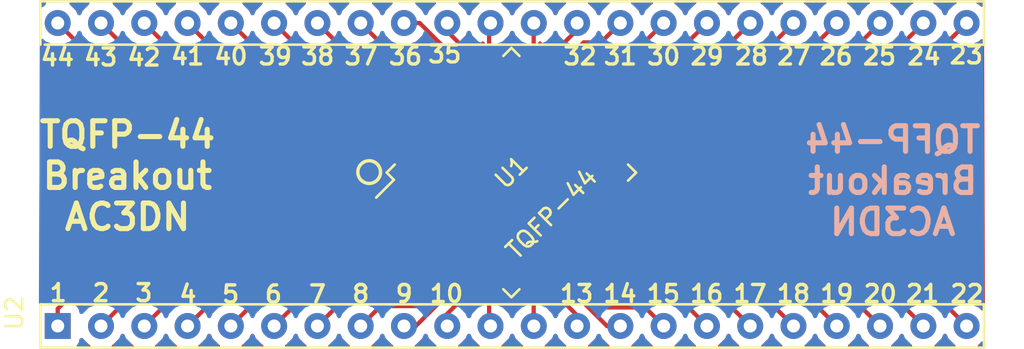
<source format=kicad_pcb>
(kicad_pcb (version 20171130) (host pcbnew "(5.0.1-3-g963ef8bb5)")

  (general
    (thickness 1.6)
    (drawings 43)
    (tracks 163)
    (zones 0)
    (modules 2)
    (nets 45)
  )

  (page A4)
  (layers
    (0 F.Cu signal)
    (31 B.Cu signal)
    (32 B.Adhes user)
    (33 F.Adhes user)
    (34 B.Paste user)
    (35 F.Paste user)
    (36 B.SilkS user)
    (37 F.SilkS user)
    (38 B.Mask user)
    (39 F.Mask user)
    (40 Dwgs.User user)
    (41 Cmts.User user)
    (42 Eco1.User user)
    (43 Eco2.User user)
    (44 Edge.Cuts user)
    (45 Margin user)
    (46 B.CrtYd user)
    (47 F.CrtYd user)
    (48 B.Fab user)
    (49 F.Fab user)
  )

  (setup
    (last_trace_width 0.25)
    (trace_clearance 0.2)
    (zone_clearance 0.508)
    (zone_45_only no)
    (trace_min 0.2)
    (segment_width 0.2)
    (edge_width 0.15)
    (via_size 0.8)
    (via_drill 0.4)
    (via_min_size 0.4)
    (via_min_drill 0.3)
    (uvia_size 0.3)
    (uvia_drill 0.1)
    (uvias_allowed no)
    (uvia_min_size 0.2)
    (uvia_min_drill 0.1)
    (pcb_text_width 0.3)
    (pcb_text_size 1.5 1.5)
    (mod_edge_width 0.15)
    (mod_text_size 1 1)
    (mod_text_width 0.15)
    (pad_size 1.524 1.524)
    (pad_drill 0.762)
    (pad_to_mask_clearance 0.051)
    (solder_mask_min_width 0.25)
    (aux_axis_origin 0 0)
    (visible_elements FFFFFF7F)
    (pcbplotparams
      (layerselection 0x010fc_ffffffff)
      (usegerberextensions false)
      (usegerberattributes false)
      (usegerberadvancedattributes false)
      (creategerberjobfile false)
      (excludeedgelayer true)
      (linewidth 0.100000)
      (plotframeref false)
      (viasonmask false)
      (mode 1)
      (useauxorigin false)
      (hpglpennumber 1)
      (hpglpenspeed 20)
      (hpglpendiameter 15.000000)
      (psnegative false)
      (psa4output false)
      (plotreference true)
      (plotvalue true)
      (plotinvisibletext false)
      (padsonsilk false)
      (subtractmaskfromsilk false)
      (outputformat 4)
      (mirror false)
      (drillshape 0)
      (scaleselection 1)
      (outputdirectory "/Users/r-w/Desktop/"))
  )

  (net 0 "")
  (net 1 "Net-(U1-Pad44)")
  (net 2 "Net-(U1-Pad43)")
  (net 3 "Net-(U1-Pad42)")
  (net 4 "Net-(U1-Pad41)")
  (net 5 "Net-(U1-Pad40)")
  (net 6 "Net-(U1-Pad39)")
  (net 7 "Net-(U1-Pad38)")
  (net 8 "Net-(U1-Pad37)")
  (net 9 "Net-(U1-Pad36)")
  (net 10 "Net-(U1-Pad35)")
  (net 11 "Net-(U1-Pad34)")
  (net 12 "Net-(U1-Pad33)")
  (net 13 "Net-(U1-Pad32)")
  (net 14 "Net-(U1-Pad31)")
  (net 15 "Net-(U1-Pad30)")
  (net 16 "Net-(U1-Pad29)")
  (net 17 "Net-(U1-Pad28)")
  (net 18 "Net-(U1-Pad27)")
  (net 19 "Net-(U1-Pad26)")
  (net 20 "Net-(U1-Pad25)")
  (net 21 "Net-(U1-Pad24)")
  (net 22 "Net-(U1-Pad23)")
  (net 23 "Net-(U1-Pad22)")
  (net 24 "Net-(U1-Pad21)")
  (net 25 "Net-(U1-Pad20)")
  (net 26 "Net-(U1-Pad19)")
  (net 27 "Net-(U1-Pad18)")
  (net 28 "Net-(U1-Pad17)")
  (net 29 "Net-(U1-Pad16)")
  (net 30 "Net-(U1-Pad15)")
  (net 31 "Net-(U1-Pad14)")
  (net 32 "Net-(U1-Pad13)")
  (net 33 "Net-(U1-Pad12)")
  (net 34 "Net-(U1-Pad11)")
  (net 35 "Net-(U1-Pad10)")
  (net 36 "Net-(U1-Pad9)")
  (net 37 "Net-(U1-Pad8)")
  (net 38 "Net-(U1-Pad7)")
  (net 39 "Net-(U1-Pad6)")
  (net 40 "Net-(U1-Pad5)")
  (net 41 "Net-(U1-Pad4)")
  (net 42 "Net-(U1-Pad3)")
  (net 43 "Net-(U1-Pad2)")
  (net 44 "Net-(U1-Pad1)")

  (net_class Default "This is the default net class."
    (clearance 0.2)
    (trace_width 0.25)
    (via_dia 0.8)
    (via_drill 0.4)
    (uvia_dia 0.3)
    (uvia_drill 0.1)
    (add_net "Net-(U1-Pad1)")
    (add_net "Net-(U1-Pad10)")
    (add_net "Net-(U1-Pad11)")
    (add_net "Net-(U1-Pad12)")
    (add_net "Net-(U1-Pad13)")
    (add_net "Net-(U1-Pad14)")
    (add_net "Net-(U1-Pad15)")
    (add_net "Net-(U1-Pad16)")
    (add_net "Net-(U1-Pad17)")
    (add_net "Net-(U1-Pad18)")
    (add_net "Net-(U1-Pad19)")
    (add_net "Net-(U1-Pad2)")
    (add_net "Net-(U1-Pad20)")
    (add_net "Net-(U1-Pad21)")
    (add_net "Net-(U1-Pad22)")
    (add_net "Net-(U1-Pad23)")
    (add_net "Net-(U1-Pad24)")
    (add_net "Net-(U1-Pad25)")
    (add_net "Net-(U1-Pad26)")
    (add_net "Net-(U1-Pad27)")
    (add_net "Net-(U1-Pad28)")
    (add_net "Net-(U1-Pad29)")
    (add_net "Net-(U1-Pad3)")
    (add_net "Net-(U1-Pad30)")
    (add_net "Net-(U1-Pad31)")
    (add_net "Net-(U1-Pad32)")
    (add_net "Net-(U1-Pad33)")
    (add_net "Net-(U1-Pad34)")
    (add_net "Net-(U1-Pad35)")
    (add_net "Net-(U1-Pad36)")
    (add_net "Net-(U1-Pad37)")
    (add_net "Net-(U1-Pad38)")
    (add_net "Net-(U1-Pad39)")
    (add_net "Net-(U1-Pad4)")
    (add_net "Net-(U1-Pad40)")
    (add_net "Net-(U1-Pad41)")
    (add_net "Net-(U1-Pad42)")
    (add_net "Net-(U1-Pad43)")
    (add_net "Net-(U1-Pad44)")
    (add_net "Net-(U1-Pad5)")
    (add_net "Net-(U1-Pad6)")
    (add_net "Net-(U1-Pad7)")
    (add_net "Net-(U1-Pad8)")
    (add_net "Net-(U1-Pad9)")
  )

  (module Housings_QFP:LQFP-44_10x10mm_Pitch0.8mm (layer F.Cu) (tedit 5C9DFE6C) (tstamp 5C9DF106)
    (at 153.77668 97.24644 45)
    (descr "LQFP44 (see Appnote_PCB_Guidelines_TRINAMIC_packages.pdf)")
    (tags "QFP 0.8")
    (path /5C9E097C)
    (attr smd)
    (fp_text reference U1 (at 0.021553 -0.021553 45) (layer F.SilkS)
      (effects (font (size 1 1) (thickness 0.15)))
    )
    (fp_text value TQFP-44 (at -0.032329 3.372984 45) (layer F.SilkS)
      (effects (font (size 1 1) (thickness 0.15)))
    )
    (fp_line (start -5.175 -4.575) (end -6.650001 -4.575) (layer F.SilkS) (width 0.15))
    (fp_line (start 5.175 -5.175) (end 4.505 -5.175001) (layer F.SilkS) (width 0.15))
    (fp_line (start 5.175 5.175) (end 4.505 5.175001) (layer F.SilkS) (width 0.15))
    (fp_line (start -5.175 5.175) (end -4.505 5.175001) (layer F.SilkS) (width 0.15))
    (fp_line (start -5.175 -5.175) (end -4.505 -5.175001) (layer F.SilkS) (width 0.15))
    (fp_line (start -5.175 5.175) (end -5.175001 4.505) (layer F.SilkS) (width 0.15))
    (fp_line (start 5.175 5.175) (end 5.175001 4.505) (layer F.SilkS) (width 0.15))
    (fp_line (start 5.175 -5.175) (end 5.175001 -4.505) (layer F.SilkS) (width 0.15))
    (fp_line (start -5.175 -5.175) (end -5.175 -4.575) (layer F.SilkS) (width 0.15))
    (fp_line (start -6.9 6.9) (end 6.9 6.9) (layer F.CrtYd) (width 0.05))
    (fp_line (start -6.9 -6.9) (end 6.9 -6.9) (layer F.CrtYd) (width 0.05))
    (fp_line (start 6.9 -6.9) (end 6.9 6.9) (layer F.CrtYd) (width 0.05))
    (fp_line (start -6.9 -6.9) (end -6.9 6.9) (layer F.CrtYd) (width 0.05))
    (fp_line (start -5 -4) (end -4 -5) (layer F.Fab) (width 0.15))
    (fp_line (start -5 5) (end -5 -4) (layer F.Fab) (width 0.15))
    (fp_line (start 5 5) (end -5 5) (layer F.Fab) (width 0.15))
    (fp_line (start 5 -5) (end 5 5) (layer F.Fab) (width 0.15))
    (fp_line (start -4 -5) (end 5 -5) (layer F.Fab) (width 0.15))
    (fp_text user %R (at 0 0 45) (layer F.Fab)
      (effects (font (size 1 1) (thickness 0.15)))
    )
    (pad 44 smd rect (at -4 -5.85 135) (size 1.6 0.56) (layers F.Cu F.Paste F.Mask)
      (net 1 "Net-(U1-Pad44)"))
    (pad 43 smd rect (at -3.2 -5.85 135) (size 1.6 0.56) (layers F.Cu F.Paste F.Mask)
      (net 2 "Net-(U1-Pad43)"))
    (pad 42 smd rect (at -2.4 -5.85 135) (size 1.6 0.56) (layers F.Cu F.Paste F.Mask)
      (net 3 "Net-(U1-Pad42)"))
    (pad 41 smd rect (at -1.6 -5.85 135) (size 1.6 0.56) (layers F.Cu F.Paste F.Mask)
      (net 4 "Net-(U1-Pad41)"))
    (pad 40 smd rect (at -0.8 -5.85 135) (size 1.6 0.56) (layers F.Cu F.Paste F.Mask)
      (net 5 "Net-(U1-Pad40)"))
    (pad 39 smd rect (at 0 -5.85 135) (size 1.6 0.56) (layers F.Cu F.Paste F.Mask)
      (net 6 "Net-(U1-Pad39)"))
    (pad 38 smd rect (at 0.8 -5.85 135) (size 1.6 0.56) (layers F.Cu F.Paste F.Mask)
      (net 7 "Net-(U1-Pad38)"))
    (pad 37 smd rect (at 1.6 -5.85 135) (size 1.6 0.56) (layers F.Cu F.Paste F.Mask)
      (net 8 "Net-(U1-Pad37)"))
    (pad 36 smd rect (at 2.4 -5.85 135) (size 1.6 0.56) (layers F.Cu F.Paste F.Mask)
      (net 9 "Net-(U1-Pad36)"))
    (pad 35 smd rect (at 3.2 -5.85 135) (size 1.6 0.56) (layers F.Cu F.Paste F.Mask)
      (net 10 "Net-(U1-Pad35)"))
    (pad 34 smd rect (at 4 -5.85 135) (size 1.6 0.56) (layers F.Cu F.Paste F.Mask)
      (net 11 "Net-(U1-Pad34)"))
    (pad 33 smd rect (at 5.85 -4 45) (size 1.6 0.56) (layers F.Cu F.Paste F.Mask)
      (net 12 "Net-(U1-Pad33)"))
    (pad 32 smd rect (at 5.85 -3.2 45) (size 1.6 0.56) (layers F.Cu F.Paste F.Mask)
      (net 13 "Net-(U1-Pad32)"))
    (pad 31 smd rect (at 5.85 -2.4 45) (size 1.6 0.56) (layers F.Cu F.Paste F.Mask)
      (net 14 "Net-(U1-Pad31)"))
    (pad 30 smd rect (at 5.85 -1.6 45) (size 1.6 0.56) (layers F.Cu F.Paste F.Mask)
      (net 15 "Net-(U1-Pad30)"))
    (pad 29 smd rect (at 5.85 -0.8 45) (size 1.6 0.56) (layers F.Cu F.Paste F.Mask)
      (net 16 "Net-(U1-Pad29)"))
    (pad 28 smd rect (at 5.85 0 45) (size 1.6 0.56) (layers F.Cu F.Paste F.Mask)
      (net 17 "Net-(U1-Pad28)"))
    (pad 27 smd rect (at 5.85 0.8 45) (size 1.6 0.56) (layers F.Cu F.Paste F.Mask)
      (net 18 "Net-(U1-Pad27)"))
    (pad 26 smd rect (at 5.85 1.6 45) (size 1.6 0.56) (layers F.Cu F.Paste F.Mask)
      (net 19 "Net-(U1-Pad26)"))
    (pad 25 smd rect (at 5.85 2.4 45) (size 1.6 0.56) (layers F.Cu F.Paste F.Mask)
      (net 20 "Net-(U1-Pad25)"))
    (pad 24 smd rect (at 5.85 3.2 45) (size 1.6 0.56) (layers F.Cu F.Paste F.Mask)
      (net 21 "Net-(U1-Pad24)"))
    (pad 23 smd rect (at 5.85 4 45) (size 1.6 0.56) (layers F.Cu F.Paste F.Mask)
      (net 22 "Net-(U1-Pad23)"))
    (pad 22 smd rect (at 4 5.85 135) (size 1.6 0.56) (layers F.Cu F.Paste F.Mask)
      (net 23 "Net-(U1-Pad22)"))
    (pad 21 smd rect (at 3.2 5.85 135) (size 1.6 0.56) (layers F.Cu F.Paste F.Mask)
      (net 24 "Net-(U1-Pad21)"))
    (pad 20 smd rect (at 2.4 5.85 135) (size 1.6 0.56) (layers F.Cu F.Paste F.Mask)
      (net 25 "Net-(U1-Pad20)"))
    (pad 19 smd rect (at 1.6 5.85 135) (size 1.6 0.56) (layers F.Cu F.Paste F.Mask)
      (net 26 "Net-(U1-Pad19)"))
    (pad 18 smd rect (at 0.8 5.85 135) (size 1.6 0.56) (layers F.Cu F.Paste F.Mask)
      (net 27 "Net-(U1-Pad18)"))
    (pad 17 smd rect (at 0 5.85 135) (size 1.6 0.56) (layers F.Cu F.Paste F.Mask)
      (net 28 "Net-(U1-Pad17)"))
    (pad 16 smd rect (at -0.8 5.85 135) (size 1.6 0.56) (layers F.Cu F.Paste F.Mask)
      (net 29 "Net-(U1-Pad16)"))
    (pad 15 smd rect (at -1.6 5.85 135) (size 1.6 0.56) (layers F.Cu F.Paste F.Mask)
      (net 30 "Net-(U1-Pad15)"))
    (pad 14 smd rect (at -2.4 5.85 135) (size 1.6 0.56) (layers F.Cu F.Paste F.Mask)
      (net 31 "Net-(U1-Pad14)"))
    (pad 13 smd rect (at -3.2 5.85 135) (size 1.6 0.56) (layers F.Cu F.Paste F.Mask)
      (net 32 "Net-(U1-Pad13)"))
    (pad 12 smd rect (at -4 5.85 135) (size 1.6 0.56) (layers F.Cu F.Paste F.Mask)
      (net 33 "Net-(U1-Pad12)"))
    (pad 11 smd rect (at -5.85 4 45) (size 1.6 0.56) (layers F.Cu F.Paste F.Mask)
      (net 34 "Net-(U1-Pad11)"))
    (pad 10 smd rect (at -5.85 3.2 45) (size 1.6 0.56) (layers F.Cu F.Paste F.Mask)
      (net 35 "Net-(U1-Pad10)"))
    (pad 9 smd rect (at -5.85 2.4 45) (size 1.6 0.56) (layers F.Cu F.Paste F.Mask)
      (net 36 "Net-(U1-Pad9)"))
    (pad 8 smd rect (at -5.85 1.6 45) (size 1.6 0.56) (layers F.Cu F.Paste F.Mask)
      (net 37 "Net-(U1-Pad8)"))
    (pad 7 smd rect (at -5.85 0.8 45) (size 1.6 0.56) (layers F.Cu F.Paste F.Mask)
      (net 38 "Net-(U1-Pad7)"))
    (pad 6 smd rect (at -5.85 0 45) (size 1.6 0.56) (layers F.Cu F.Paste F.Mask)
      (net 39 "Net-(U1-Pad6)"))
    (pad 5 smd rect (at -5.85 -0.8 45) (size 1.6 0.56) (layers F.Cu F.Paste F.Mask)
      (net 40 "Net-(U1-Pad5)"))
    (pad 4 smd rect (at -5.85 -1.6 45) (size 1.6 0.56) (layers F.Cu F.Paste F.Mask)
      (net 41 "Net-(U1-Pad4)"))
    (pad 3 smd rect (at -5.85 -2.4 45) (size 1.6 0.56) (layers F.Cu F.Paste F.Mask)
      (net 42 "Net-(U1-Pad3)"))
    (pad 2 smd rect (at -5.85 -3.2 45) (size 1.6 0.56) (layers F.Cu F.Paste F.Mask)
      (net 43 "Net-(U1-Pad2)"))
    (pad 1 smd rect (at -5.85 -4 45) (size 1.6 0.56) (layers F.Cu F.Paste F.Mask)
      (net 44 "Net-(U1-Pad1)"))
    (model ${KISYS3DMOD}/Housings_QFP.3dshapes/LQFP-44_10x10mm_Pitch0.8mm.wrl
      (at (xyz 0 0 0))
      (scale (xyz 1 1 1))
      (rotate (xyz 0 0 0))
    )
  )

  (module AtMega32u4_Breakout:Pin_Header_Straight_2x22_Pitch2.54mm (layer F.Cu) (tedit 5C9DF9D3) (tstamp 5C9E22DF)
    (at 153.5684 97.3582 90)
    (descr "Through hole straight pin header, 1x22, 2.54mm pitch, single row")
    (tags "Through hole pin header THT 1x22 2.54mm single row")
    (path /5C9E1E9E)
    (fp_text reference U2 (at -8.128 -28.956 90) (layer F.SilkS)
      (effects (font (size 1 1) (thickness 0.15)))
    )
    (fp_text value BreakoutBoard (at 0.508 29.464 90) (layer F.Fab)
      (effects (font (size 1 1) (thickness 0.15)))
    )
    (fp_line (start -10.16 -27.432) (end -10.16 27.94) (layer F.SilkS) (width 0.15))
    (fp_line (start -10.16 27.94) (end -7.62 27.94) (layer F.SilkS) (width 0.15))
    (fp_line (start -7.62 27.94) (end -7.62 -27.432) (layer F.SilkS) (width 0.15))
    (fp_line (start -7.62 -27.432) (end -10.16 -27.432) (layer F.SilkS) (width 0.15))
    (fp_line (start 7.62 -27.178) (end 7.62 27.94) (layer F.SilkS) (width 0.15))
    (fp_line (start 7.62 27.94) (end 10.16 27.94) (layer F.SilkS) (width 0.15))
    (fp_line (start 10.16 27.94) (end 10.16 -27.432) (layer F.SilkS) (width 0.15))
    (fp_line (start 10.16 -27.432) (end 7.62 -27.432) (layer F.SilkS) (width 0.15))
    (pad 1 thru_hole rect (at -8.89 -26.416 90) (size 1.524 1.524) (drill 0.762) (layers *.Cu *.Mask)
      (net 44 "Net-(U1-Pad1)"))
    (pad 2 thru_hole circle (at -8.89 -23.876 90) (size 1.524 1.524) (drill 0.762) (layers *.Cu *.Mask)
      (net 43 "Net-(U1-Pad2)"))
    (pad 3 thru_hole circle (at -8.89 -21.336 90) (size 1.524 1.524) (drill 0.762) (layers *.Cu *.Mask)
      (net 42 "Net-(U1-Pad3)"))
    (pad 4 thru_hole circle (at -8.89 -18.796 90) (size 1.524 1.524) (drill 0.762) (layers *.Cu *.Mask)
      (net 41 "Net-(U1-Pad4)"))
    (pad 5 thru_hole circle (at -8.89 -16.256 90) (size 1.524 1.524) (drill 0.762) (layers *.Cu *.Mask)
      (net 40 "Net-(U1-Pad5)"))
    (pad 6 thru_hole circle (at -8.89 -13.716 90) (size 1.524 1.524) (drill 0.762) (layers *.Cu *.Mask)
      (net 39 "Net-(U1-Pad6)"))
    (pad 7 thru_hole circle (at -8.89 -11.176 90) (size 1.524 1.524) (drill 0.762) (layers *.Cu *.Mask)
      (net 38 "Net-(U1-Pad7)"))
    (pad 8 thru_hole circle (at -8.89 -8.636 90) (size 1.524 1.524) (drill 0.762) (layers *.Cu *.Mask)
      (net 37 "Net-(U1-Pad8)"))
    (pad 9 thru_hole circle (at -8.89 -6.096 90) (size 1.524 1.524) (drill 0.762) (layers *.Cu *.Mask)
      (net 36 "Net-(U1-Pad9)"))
    (pad 10 thru_hole circle (at -8.89 -3.556 90) (size 1.524 1.524) (drill 0.762) (layers *.Cu *.Mask)
      (net 35 "Net-(U1-Pad10)"))
    (pad 11 thru_hole circle (at -8.89 -1.016 90) (size 1.524 1.524) (drill 0.762) (layers *.Cu *.Mask)
      (net 34 "Net-(U1-Pad11)"))
    (pad 12 thru_hole circle (at -8.89 1.524 90) (size 1.524 1.524) (drill 0.762) (layers *.Cu *.Mask)
      (net 33 "Net-(U1-Pad12)"))
    (pad 13 thru_hole circle (at -8.89 4.064 90) (size 1.524 1.524) (drill 0.762) (layers *.Cu *.Mask)
      (net 32 "Net-(U1-Pad13)"))
    (pad 14 thru_hole circle (at -8.89 6.604 90) (size 1.524 1.524) (drill 0.762) (layers *.Cu *.Mask)
      (net 31 "Net-(U1-Pad14)"))
    (pad 15 thru_hole circle (at -8.89 9.144 90) (size 1.524 1.524) (drill 0.762) (layers *.Cu *.Mask)
      (net 30 "Net-(U1-Pad15)"))
    (pad 16 thru_hole circle (at -8.89 11.684 90) (size 1.524 1.524) (drill 0.762) (layers *.Cu *.Mask)
      (net 29 "Net-(U1-Pad16)"))
    (pad 17 thru_hole circle (at -8.89 14.224 90) (size 1.524 1.524) (drill 0.762) (layers *.Cu *.Mask)
      (net 28 "Net-(U1-Pad17)"))
    (pad 18 thru_hole circle (at -8.89 16.764 90) (size 1.524 1.524) (drill 0.762) (layers *.Cu *.Mask)
      (net 27 "Net-(U1-Pad18)"))
    (pad 19 thru_hole circle (at -8.89 19.304 90) (size 1.524 1.524) (drill 0.762) (layers *.Cu *.Mask)
      (net 26 "Net-(U1-Pad19)"))
    (pad 20 thru_hole circle (at -8.89 21.844 90) (size 1.524 1.524) (drill 0.762) (layers *.Cu *.Mask)
      (net 25 "Net-(U1-Pad20)"))
    (pad 21 thru_hole circle (at -8.89 24.384 90) (size 1.524 1.524) (drill 0.762) (layers *.Cu *.Mask)
      (net 24 "Net-(U1-Pad21)"))
    (pad 22 thru_hole circle (at -8.89 26.924 90) (size 1.524 1.524) (drill 0.762) (layers *.Cu *.Mask)
      (net 23 "Net-(U1-Pad22)"))
    (pad 23 thru_hole circle (at 8.89 26.924 90) (size 1.524 1.524) (drill 0.762) (layers *.Cu *.Mask)
      (net 22 "Net-(U1-Pad23)"))
    (pad 24 thru_hole circle (at 8.89 24.384 90) (size 1.524 1.524) (drill 0.762) (layers *.Cu *.Mask)
      (net 21 "Net-(U1-Pad24)"))
    (pad 25 thru_hole circle (at 8.89 21.844 90) (size 1.524 1.524) (drill 0.762) (layers *.Cu *.Mask)
      (net 20 "Net-(U1-Pad25)"))
    (pad 26 thru_hole circle (at 8.89 19.304 90) (size 1.524 1.524) (drill 0.762) (layers *.Cu *.Mask)
      (net 19 "Net-(U1-Pad26)"))
    (pad 27 thru_hole circle (at 8.89 16.764 90) (size 1.524 1.524) (drill 0.762) (layers *.Cu *.Mask)
      (net 18 "Net-(U1-Pad27)"))
    (pad 28 thru_hole circle (at 8.89 14.224 90) (size 1.524 1.524) (drill 0.762) (layers *.Cu *.Mask)
      (net 17 "Net-(U1-Pad28)"))
    (pad 29 thru_hole circle (at 8.89 11.684 90) (size 1.524 1.524) (drill 0.762) (layers *.Cu *.Mask)
      (net 16 "Net-(U1-Pad29)"))
    (pad 30 thru_hole circle (at 8.89 9.144 90) (size 1.524 1.524) (drill 0.762) (layers *.Cu *.Mask)
      (net 15 "Net-(U1-Pad30)"))
    (pad 31 thru_hole circle (at 8.89 6.604 90) (size 1.524 1.524) (drill 0.762) (layers *.Cu *.Mask)
      (net 14 "Net-(U1-Pad31)"))
    (pad 32 thru_hole circle (at 8.89 4.064 90) (size 1.524 1.524) (drill 0.762) (layers *.Cu *.Mask)
      (net 13 "Net-(U1-Pad32)"))
    (pad 33 thru_hole circle (at 8.89 1.524 90) (size 1.524 1.524) (drill 0.762) (layers *.Cu *.Mask)
      (net 12 "Net-(U1-Pad33)"))
    (pad 34 thru_hole circle (at 8.89 -1.016 90) (size 1.524 1.524) (drill 0.762) (layers *.Cu *.Mask)
      (net 11 "Net-(U1-Pad34)"))
    (pad 35 thru_hole circle (at 8.89 -3.556 90) (size 1.524 1.524) (drill 0.762) (layers *.Cu *.Mask)
      (net 10 "Net-(U1-Pad35)"))
    (pad 36 thru_hole circle (at 8.89 -6.096 90) (size 1.524 1.524) (drill 0.762) (layers *.Cu *.Mask)
      (net 9 "Net-(U1-Pad36)"))
    (pad 37 thru_hole circle (at 8.89 -8.636 90) (size 1.524 1.524) (drill 0.762) (layers *.Cu *.Mask)
      (net 8 "Net-(U1-Pad37)"))
    (pad 38 thru_hole circle (at 8.89 -11.176 90) (size 1.524 1.524) (drill 0.762) (layers *.Cu *.Mask)
      (net 7 "Net-(U1-Pad38)"))
    (pad 39 thru_hole circle (at 8.89 -13.716 90) (size 1.524 1.524) (drill 0.762) (layers *.Cu *.Mask)
      (net 6 "Net-(U1-Pad39)"))
    (pad 40 thru_hole circle (at 8.89 -16.256 90) (size 1.524 1.524) (drill 0.762) (layers *.Cu *.Mask)
      (net 5 "Net-(U1-Pad40)"))
    (pad 41 thru_hole circle (at 8.89 -18.796 90) (size 1.524 1.524) (drill 0.762) (layers *.Cu *.Mask)
      (net 4 "Net-(U1-Pad41)"))
    (pad 42 thru_hole circle (at 8.89 -21.336 90) (size 1.524 1.524) (drill 0.762) (layers *.Cu *.Mask)
      (net 3 "Net-(U1-Pad42)"))
    (pad 43 thru_hole circle (at 8.89 -23.876 90) (size 1.524 1.524) (drill 0.762) (layers *.Cu *.Mask)
      (net 2 "Net-(U1-Pad43)"))
    (pad 44 thru_hole circle (at 8.89 -26.416 90) (size 1.524 1.524) (drill 0.762) (layers *.Cu *.Mask)
      (net 1 "Net-(U1-Pad44)"))
    (model ${KISYS3DMOD}/Pin_Headers.3dshapes/Pin_Header_Straight_1x22_Pitch2.54mm.wrl
      (at (xyz 0 0 0))
      (scale (xyz 1 1 1))
      (rotate (xyz 0 0 0))
    )
  )

  (gr_text 44 (at 127.13208 90.47988) (layer F.SilkS) (tstamp 5C9F2644)
    (effects (font (size 1 1) (thickness 0.2)))
  )
  (gr_text 43 (at 129.67208 90.47988) (layer F.SilkS) (tstamp 5C9F2641)
    (effects (font (size 1 1) (thickness 0.2)))
  )
  (gr_text 42 (at 132.21716 90.47988) (layer F.SilkS) (tstamp 5C9F263E)
    (effects (font (size 1 1) (thickness 0.2)))
  )
  (gr_text 41 (at 134.7724 90.41892) (layer F.SilkS) (tstamp 5C9F263B)
    (effects (font (size 1 1) (thickness 0.2)))
  )
  (gr_text 40 (at 137.31748 90.41892) (layer F.SilkS) (tstamp 5C9F2638)
    (effects (font (size 1 1) (thickness 0.2)))
  )
  (gr_text 39 (at 139.92352 90.41892) (layer F.SilkS) (tstamp 5C9F2635)
    (effects (font (size 1 1) (thickness 0.2)))
  )
  (gr_text 38 (at 142.40764 90.41892) (layer F.SilkS) (tstamp 5C9F2632)
    (effects (font (size 1 1) (thickness 0.2)))
  )
  (gr_text 37 (at 144.95272 90.41892) (layer F.SilkS) (tstamp 5C9F262F)
    (effects (font (size 1 1) (thickness 0.2)))
  )
  (gr_text 36 (at 147.55876 90.41892) (layer F.SilkS) (tstamp 5C9F262C)
    (effects (font (size 1 1) (thickness 0.2)))
  )
  (gr_text 35 (at 149.86508 90.297) (layer F.SilkS) (tstamp 5C9F2629)
    (effects (font (size 1 1) (thickness 0.2)))
  )
  (gr_text 32 (at 157.80512 90.41892) (layer F.SilkS) (tstamp 5C9F2626)
    (effects (font (size 1 1) (thickness 0.2)))
  )
  (gr_text 31 (at 160.16732 90.41892) (layer F.SilkS) (tstamp 5C9F2623)
    (effects (font (size 1 1) (thickness 0.2)))
  )
  (gr_text 30 (at 162.7124 90.41892) (layer F.SilkS) (tstamp 5C9F2620)
    (effects (font (size 1 1) (thickness 0.2)))
  )
  (gr_text 29 (at 165.25748 90.41892) (layer F.SilkS) (tstamp 5C9F261D)
    (effects (font (size 1 1) (thickness 0.2)))
  )
  (gr_text 28 (at 167.86352 90.41892) (layer F.SilkS) (tstamp 5C9F261A)
    (effects (font (size 1 1) (thickness 0.2)))
  )
  (gr_text 27 (at 170.34764 90.41892) (layer F.SilkS) (tstamp 5C9F2617)
    (effects (font (size 1 1) (thickness 0.2)))
  )
  (gr_text 26 (at 172.83176 90.41892) (layer F.SilkS) (tstamp 5C9F2614)
    (effects (font (size 1 1) (thickness 0.2)))
  )
  (gr_text 25 (at 175.37684 90.41892) (layer F.SilkS) (tstamp 5C9F2611)
    (effects (font (size 1 1) (thickness 0.2)))
  )
  (gr_text 24 (at 177.98288 90.41892) (layer F.SilkS) (tstamp 5C9F260E)
    (effects (font (size 1 1) (thickness 0.2)))
  )
  (gr_text 23 (at 180.47208 90.35796) (layer F.SilkS) (tstamp 5C9F25D3)
    (effects (font (size 1 1) (thickness 0.2)))
  )
  (gr_text 22 (at 180.51272 104.35844) (layer F.SilkS) (tstamp 5C9F25D0)
    (effects (font (size 1 1) (thickness 0.2)))
  )
  (gr_text 21 (at 177.90668 104.35844) (layer F.SilkS) (tstamp 5C9F25CD)
    (effects (font (size 1 1) (thickness 0.2)))
  )
  (gr_text 20 (at 175.42256 104.35844) (layer F.SilkS) (tstamp 5C9F25CA)
    (effects (font (size 1 1) (thickness 0.2)))
  )
  (gr_text 19 (at 172.87748 104.35844) (layer F.SilkS) (tstamp 5C9F25C7)
    (effects (font (size 1 1) (thickness 0.2)))
  )
  (gr_text 18 (at 170.3324 104.35844) (layer F.SilkS) (tstamp 5C9F25C3)
    (effects (font (size 1 1) (thickness 0.2)))
  )
  (gr_text 17 (at 167.78732 104.35844) (layer F.SilkS) (tstamp 5C9F25C0)
    (effects (font (size 1 1) (thickness 0.2)))
  )
  (gr_text 16 (at 165.24224 104.35844) (layer F.SilkS) (tstamp 5C9F25BD)
    (effects (font (size 1 1) (thickness 0.2)))
  )
  (gr_text 15 (at 162.69716 104.35844) (layer F.SilkS) (tstamp 5C9F25BA)
    (effects (font (size 1 1) (thickness 0.2)))
  )
  (gr_text 14 (at 160.15208 104.35844) (layer F.SilkS) (tstamp 5C9E28DC)
    (effects (font (size 1 1) (thickness 0.2)))
  )
  (gr_text 13 (at 157.607 104.35844) (layer F.SilkS) (tstamp 5C9E285E)
    (effects (font (size 1 1) (thickness 0.2)))
  )
  (gr_text 10 (at 149.96668 104.35844) (layer F.SilkS) (tstamp 5C9E27E0)
    (effects (font (size 1 1) (thickness 0.2)))
  )
  (gr_text 9 (at 147.48256 104.35844) (layer F.SilkS) (tstamp 5C9E27DD)
    (effects (font (size 1 1) (thickness 0.2)))
  )
  (gr_text 8 (at 144.93748 104.35844) (layer F.SilkS) (tstamp 5C9E27DA)
    (effects (font (size 1 1) (thickness 0.2)))
  )
  (gr_text 7 (at 142.39748 104.38384) (layer F.SilkS) (tstamp 5C9E279E)
    (effects (font (size 1 1) (thickness 0.2)))
  )
  (gr_text 6 (at 139.81176 104.38384) (layer F.SilkS) (tstamp 5C9E26F3)
    (effects (font (size 1 1) (thickness 0.2)))
  )
  (gr_text 5 (at 137.30224 104.38384) (layer F.SilkS) (tstamp 5C9E26B8)
    (effects (font (size 1 1) (thickness 0.2)))
  )
  (gr_text 4 (at 134.79272 104.38384) (layer F.SilkS) (tstamp 5C9E267C)
    (effects (font (size 1 1) (thickness 0.2)))
  )
  (gr_text 3 (at 132.207 104.30764) (layer F.SilkS) (tstamp 5C9E2679)
    (effects (font (size 1 1) (thickness 0.2)))
  )
  (gr_text "2\n" (at 129.6924 104.30764) (layer F.SilkS)
    (effects (font (size 1 1) (thickness 0.2)))
  )
  (gr_text 1 (at 127.18288 104.30764) (layer F.SilkS)
    (effects (font (size 1 1) (thickness 0.2)))
  )
  (gr_text "TQFP-44\nBreakout\nAC3DN" (at 176.15916 97.73412) (layer B.SilkS)
    (effects (font (size 1.5 1.5) (thickness 0.3)) (justify mirror))
  )
  (gr_text "TQFP-44\nBreakout\nAC3DN" (at 131.24688 97.43948) (layer F.SilkS)
    (effects (font (size 1.5 1.5) (thickness 0.3)))
  )
  (gr_circle (center 145.43024 97.21596) (end 145.13052 97.81032) (layer F.SilkS) (width 0.2))

  (segment (start 134.622492 95.938292) (end 127.1524 88.4682) (width 0.25) (layer F.Cu) (net 1))
  (segment (start 146.811678 95.938292) (end 134.622492 95.938292) (width 0.25) (layer F.Cu) (net 1))
  (segment (start 146.740969 94.736212) (end 135.960412 94.736212) (width 0.25) (layer F.Cu) (net 2))
  (segment (start 130.454399 89.230199) (end 129.6924 88.4682) (width 0.25) (layer F.Cu) (net 2))
  (segment (start 135.960412 94.736212) (end 130.454399 89.230199) (width 0.25) (layer F.Cu) (net 2))
  (segment (start 147.377364 95.372607) (end 146.740969 94.736212) (width 0.25) (layer F.Cu) (net 2))
  (segment (start 132.994399 89.230199) (end 132.2324 88.4682) (width 0.25) (layer F.Cu) (net 3))
  (segment (start 137.934727 94.170527) (end 132.994399 89.230199) (width 0.25) (layer F.Cu) (net 3))
  (segment (start 147.306654 94.170527) (end 137.934727 94.170527) (width 0.25) (layer F.Cu) (net 3))
  (segment (start 147.943049 94.806922) (end 147.306654 94.170527) (width 0.25) (layer F.Cu) (net 3))
  (segment (start 139.909041 93.604841) (end 135.534399 89.230199) (width 0.25) (layer F.Cu) (net 4))
  (segment (start 147.872339 93.604841) (end 139.909041 93.604841) (width 0.25) (layer F.Cu) (net 4))
  (segment (start 135.534399 89.230199) (end 134.7724 88.4682) (width 0.25) (layer F.Cu) (net 4))
  (segment (start 148.508734 94.241236) (end 147.872339 93.604841) (width 0.25) (layer F.Cu) (net 4))
  (segment (start 138.074399 89.230199) (end 137.3124 88.4682) (width 0.25) (layer F.Cu) (net 5))
  (segment (start 148.322349 92.92348) (end 141.76768 92.92348) (width 0.25) (layer F.Cu) (net 5))
  (segment (start 141.76768 92.92348) (end 138.074399 89.230199) (width 0.25) (layer F.Cu) (net 5))
  (segment (start 149.07442 93.675551) (end 148.322349 92.92348) (width 0.25) (layer F.Cu) (net 5))
  (segment (start 149.00371 92.47347) (end 143.85767 92.47347) (width 0.25) (layer F.Cu) (net 6))
  (segment (start 140.614399 89.230199) (end 139.8524 88.4682) (width 0.25) (layer F.Cu) (net 6))
  (segment (start 143.85767 92.47347) (end 140.614399 89.230199) (width 0.25) (layer F.Cu) (net 6))
  (segment (start 149.640105 93.109865) (end 149.00371 92.47347) (width 0.25) (layer F.Cu) (net 6))
  (segment (start 145.831985 91.907785) (end 143.154399 89.230199) (width 0.25) (layer F.Cu) (net 7))
  (segment (start 143.154399 89.230199) (end 142.3924 88.4682) (width 0.25) (layer F.Cu) (net 7))
  (segment (start 149.569396 91.907785) (end 145.831985 91.907785) (width 0.25) (layer F.Cu) (net 7))
  (segment (start 150.205791 92.54418) (end 149.569396 91.907785) (width 0.25) (layer F.Cu) (net 7))
  (segment (start 145.694399 89.230199) (end 144.9324 88.4682) (width 0.25) (layer F.Cu) (net 8))
  (segment (start 147.33016 90.86596) (end 145.694399 89.230199) (width 0.25) (layer F.Cu) (net 8))
  (segment (start 149.658942 90.86596) (end 147.33016 90.86596) (width 0.25) (layer F.Cu) (net 8))
  (segment (start 150.771476 91.978494) (end 149.658942 90.86596) (width 0.25) (layer F.Cu) (net 8))
  (segment (start 148.392553 88.4682) (end 147.4724 88.4682) (width 0.25) (layer F.Cu) (net 9))
  (segment (start 151.337162 91.412809) (end 148.392553 88.4682) (width 0.25) (layer F.Cu) (net 9))
  (segment (start 150.0124 88.956677) (end 150.0124 88.4682) (width 0.25) (layer F.Cu) (net 10))
  (segment (start 151.902847 90.847124) (end 150.0124 88.956677) (width 0.25) (layer F.Cu) (net 10))
  (segment (start 152.468532 88.552068) (end 152.5524 88.4682) (width 0.25) (layer F.Cu) (net 11))
  (segment (start 152.468532 90.281438) (end 152.468532 88.552068) (width 0.25) (layer F.Cu) (net 11))
  (segment (start 155.084828 88.475772) (end 155.0924 88.4682) (width 0.25) (layer F.Cu) (net 12))
  (segment (start 155.084828 90.281438) (end 155.084828 88.475772) (width 0.25) (layer F.Cu) (net 12))
  (segment (start 157.6324 88.865237) (end 157.6324 88.4682) (width 0.25) (layer F.Cu) (net 13))
  (segment (start 155.650513 90.847124) (end 157.6324 88.865237) (width 0.25) (layer F.Cu) (net 13))
  (segment (start 159.410401 89.230199) (end 160.1724 88.4682) (width 0.25) (layer F.Cu) (net 14))
  (segment (start 159.03448 89.60612) (end 159.410401 89.230199) (width 0.25) (layer F.Cu) (net 14))
  (segment (start 158.022887 89.60612) (end 159.03448 89.60612) (width 0.25) (layer F.Cu) (net 14))
  (segment (start 156.216198 91.412809) (end 158.022887 89.60612) (width 0.25) (layer F.Cu) (net 14))
  (segment (start 161.950401 89.230199) (end 162.7124 88.4682) (width 0.25) (layer F.Cu) (net 15))
  (segment (start 159.87268 91.30792) (end 161.950401 89.230199) (width 0.25) (layer F.Cu) (net 15))
  (segment (start 157.452458 91.30792) (end 159.87268 91.30792) (width 0.25) (layer F.Cu) (net 15))
  (segment (start 156.781884 91.978494) (end 157.452458 91.30792) (width 0.25) (layer F.Cu) (net 15))
  (segment (start 161.96267 91.75793) (end 164.490401 89.230199) (width 0.25) (layer F.Cu) (net 16))
  (segment (start 164.490401 89.230199) (end 165.2524 88.4682) (width 0.25) (layer F.Cu) (net 16))
  (segment (start 158.133819 91.75793) (end 161.96267 91.75793) (width 0.25) (layer F.Cu) (net 16))
  (segment (start 157.347569 92.54418) (end 158.133819 91.75793) (width 0.25) (layer F.Cu) (net 16))
  (segment (start 163.78713 92.47347) (end 167.030401 89.230199) (width 0.25) (layer F.Cu) (net 17))
  (segment (start 158.54965 92.47347) (end 163.78713 92.47347) (width 0.25) (layer F.Cu) (net 17))
  (segment (start 167.030401 89.230199) (end 167.7924 88.4682) (width 0.25) (layer F.Cu) (net 17))
  (segment (start 157.913255 93.109865) (end 158.54965 92.47347) (width 0.25) (layer F.Cu) (net 17))
  (segment (start 169.570401 89.230199) (end 170.3324 88.4682) (width 0.25) (layer F.Cu) (net 18))
  (segment (start 165.761444 93.039156) (end 169.570401 89.230199) (width 0.25) (layer F.Cu) (net 18))
  (segment (start 159.115335 93.039156) (end 165.761444 93.039156) (width 0.25) (layer F.Cu) (net 18))
  (segment (start 158.47894 93.675551) (end 159.115335 93.039156) (width 0.25) (layer F.Cu) (net 18))
  (segment (start 172.110401 89.230199) (end 172.8724 88.4682) (width 0.25) (layer F.Cu) (net 19))
  (segment (start 167.735759 93.604841) (end 172.110401 89.230199) (width 0.25) (layer F.Cu) (net 19))
  (segment (start 159.681021 93.604841) (end 167.735759 93.604841) (width 0.25) (layer F.Cu) (net 19))
  (segment (start 159.044626 94.241236) (end 159.681021 93.604841) (width 0.25) (layer F.Cu) (net 19))
  (segment (start 174.650401 89.230199) (end 175.4124 88.4682) (width 0.25) (layer F.Cu) (net 20))
  (segment (start 169.710073 94.170527) (end 174.650401 89.230199) (width 0.25) (layer F.Cu) (net 20))
  (segment (start 160.246706 94.170527) (end 169.710073 94.170527) (width 0.25) (layer F.Cu) (net 20))
  (segment (start 159.610311 94.806922) (end 160.246706 94.170527) (width 0.25) (layer F.Cu) (net 20))
  (segment (start 177.190401 89.230199) (end 177.9524 88.4682) (width 0.25) (layer F.Cu) (net 21))
  (segment (start 171.684388 94.736212) (end 177.190401 89.230199) (width 0.25) (layer F.Cu) (net 21))
  (segment (start 160.812391 94.736212) (end 171.684388 94.736212) (width 0.25) (layer F.Cu) (net 21))
  (segment (start 160.175996 95.372607) (end 160.812391 94.736212) (width 0.25) (layer F.Cu) (net 21))
  (segment (start 173.022308 95.938292) (end 179.730401 89.230199) (width 0.25) (layer F.Cu) (net 22))
  (segment (start 179.730401 89.230199) (end 180.4924 88.4682) (width 0.25) (layer F.Cu) (net 22))
  (segment (start 160.741682 95.938292) (end 173.022308 95.938292) (width 0.25) (layer F.Cu) (net 22))
  (segment (start 161.378077 99.190983) (end 161.378077 99.203957) (width 0.25) (layer F.Cu) (net 23))
  (segment (start 160.741682 98.554588) (end 161.378077 99.190983) (width 0.25) (layer F.Cu) (net 23))
  (segment (start 179.730401 105.486201) (end 180.4924 106.2482) (width 0.25) (layer F.Cu) (net 23))
  (segment (start 176.235806 101.991606) (end 179.730401 105.486201) (width 0.25) (layer F.Cu) (net 23))
  (segment (start 164.165726 101.991606) (end 176.235806 101.991606) (width 0.25) (layer F.Cu) (net 23))
  (segment (start 161.378077 99.203957) (end 164.165726 101.991606) (width 0.25) (layer F.Cu) (net 23))
  (segment (start 160.175996 99.120273) (end 163.497339 102.441616) (width 0.25) (layer F.Cu) (net 24))
  (segment (start 174.145816 102.441616) (end 177.9524 106.2482) (width 0.25) (layer F.Cu) (net 24))
  (segment (start 163.497339 102.441616) (end 174.145816 102.441616) (width 0.25) (layer F.Cu) (net 24))
  (segment (start 160.246706 100.322353) (end 160.246706 100.343346) (width 0.25) (layer F.Cu) (net 25))
  (segment (start 159.610311 99.685958) (end 160.246706 100.322353) (width 0.25) (layer F.Cu) (net 25))
  (segment (start 160.246706 100.322353) (end 160.246706 100.323026) (width 0.25) (layer F.Cu) (net 25))
  (segment (start 174.650401 105.486201) (end 175.4124 106.2482) (width 0.25) (layer F.Cu) (net 25))
  (segment (start 172.075349 102.911149) (end 174.650401 105.486201) (width 0.25) (layer F.Cu) (net 25))
  (segment (start 162.834829 102.911149) (end 172.075349 102.911149) (width 0.25) (layer F.Cu) (net 25))
  (segment (start 160.246706 100.323026) (end 162.834829 102.911149) (width 0.25) (layer F.Cu) (net 25))
  (segment (start 159.681021 100.888039) (end 159.681021 100.925741) (width 0.25) (layer F.Cu) (net 26))
  (segment (start 159.044626 100.251644) (end 159.681021 100.888039) (width 0.25) (layer F.Cu) (net 26))
  (segment (start 172.110401 105.486201) (end 172.8724 106.2482) (width 0.25) (layer F.Cu) (net 26))
  (segment (start 169.985359 103.361159) (end 172.110401 105.486201) (width 0.25) (layer F.Cu) (net 26))
  (segment (start 162.116439 103.361159) (end 169.985359 103.361159) (width 0.25) (layer F.Cu) (net 26))
  (segment (start 159.681021 100.925741) (end 162.116439 103.361159) (width 0.25) (layer F.Cu) (net 26))
  (segment (start 159.115335 101.453724) (end 159.115335 101.472575) (width 0.25) (layer F.Cu) (net 27))
  (segment (start 158.47894 100.817329) (end 159.115335 101.453724) (width 0.25) (layer F.Cu) (net 27))
  (segment (start 169.570401 105.486201) (end 170.3324 106.2482) (width 0.25) (layer F.Cu) (net 27))
  (segment (start 167.895369 103.811169) (end 169.570401 105.486201) (width 0.25) (layer F.Cu) (net 27))
  (segment (start 161.453929 103.811169) (end 167.895369 103.811169) (width 0.25) (layer F.Cu) (net 27))
  (segment (start 159.115335 101.472575) (end 161.453929 103.811169) (width 0.25) (layer F.Cu) (net 27))
  (segment (start 157.913255 101.383015) (end 160.791419 104.261179) (width 0.25) (layer F.Cu) (net 28))
  (segment (start 165.805379 104.261179) (end 167.7924 106.2482) (width 0.25) (layer F.Cu) (net 28))
  (segment (start 160.791419 104.261179) (end 165.805379 104.261179) (width 0.25) (layer F.Cu) (net 28))
  (segment (start 157.983964 102.585095) (end 157.983964 102.591644) (width 0.25) (layer F.Cu) (net 29))
  (segment (start 157.347569 101.9487) (end 157.983964 102.585095) (width 0.25) (layer F.Cu) (net 29))
  (segment (start 164.490401 105.486201) (end 165.2524 106.2482) (width 0.25) (layer F.Cu) (net 29))
  (segment (start 163.715389 104.711189) (end 164.490401 105.486201) (width 0.25) (layer F.Cu) (net 29))
  (segment (start 160.103509 104.711189) (end 163.715389 104.711189) (width 0.25) (layer F.Cu) (net 29))
  (segment (start 157.983964 102.591644) (end 160.103509 104.711189) (width 0.25) (layer F.Cu) (net 29))
  (segment (start 161.950401 105.486201) (end 162.7124 106.2482) (width 0.25) (layer F.Cu) (net 30))
  (segment (start 161.625399 105.161199) (end 161.950401 105.486201) (width 0.25) (layer F.Cu) (net 30))
  (segment (start 159.428697 105.161199) (end 161.625399 105.161199) (width 0.25) (layer F.Cu) (net 30))
  (segment (start 156.781884 102.514386) (end 159.428697 105.161199) (width 0.25) (layer F.Cu) (net 30))
  (segment (start 159.384327 106.2482) (end 160.1724 106.2482) (width 0.25) (layer F.Cu) (net 31))
  (segment (start 156.216198 103.080071) (end 159.384327 106.2482) (width 0.25) (layer F.Cu) (net 31))
  (segment (start 157.6324 105.627643) (end 157.6324 106.2482) (width 0.25) (layer F.Cu) (net 32))
  (segment (start 155.650513 103.645756) (end 157.6324 105.627643) (width 0.25) (layer F.Cu) (net 32))
  (segment (start 155.084828 106.240628) (end 155.0924 106.2482) (width 0.25) (layer F.Cu) (net 33))
  (segment (start 155.084828 104.211442) (end 155.084828 106.240628) (width 0.25) (layer F.Cu) (net 33))
  (segment (start 152.468532 106.164332) (end 152.5524 106.2482) (width 0.25) (layer F.Cu) (net 34))
  (segment (start 152.468532 104.211442) (end 152.468532 106.164332) (width 0.25) (layer F.Cu) (net 34))
  (segment (start 150.0124 105.536203) (end 150.0124 106.2482) (width 0.25) (layer F.Cu) (net 35))
  (segment (start 151.902847 103.645756) (end 150.0124 105.536203) (width 0.25) (layer F.Cu) (net 35))
  (segment (start 148.169033 106.2482) (end 147.4724 106.2482) (width 0.25) (layer F.Cu) (net 36))
  (segment (start 151.337162 103.080071) (end 148.169033 106.2482) (width 0.25) (layer F.Cu) (net 36))
  (segment (start 146.1008 105.0798) (end 144.9324 106.2482) (width 0.25) (layer F.Cu) (net 37))
  (segment (start 148.206062 105.0798) (end 146.1008 105.0798) (width 0.25) (layer F.Cu) (net 37))
  (segment (start 150.771476 102.514386) (end 148.206062 105.0798) (width 0.25) (layer F.Cu) (net 37))
  (segment (start 149.569396 102.585095) (end 149.569396 102.622124) (width 0.25) (layer F.Cu) (net 38))
  (segment (start 150.205791 101.9487) (end 149.569396 102.585095) (width 0.25) (layer F.Cu) (net 38))
  (segment (start 143.154399 105.486201) (end 142.3924 106.2482) (width 0.25) (layer F.Cu) (net 38))
  (segment (start 144.01081 104.62979) (end 143.154399 105.486201) (width 0.25) (layer F.Cu) (net 38))
  (segment (start 147.56173 104.62979) (end 144.01081 104.62979) (width 0.25) (layer F.Cu) (net 38))
  (segment (start 149.569396 102.622124) (end 147.56173 104.62979) (width 0.25) (layer F.Cu) (net 38))
  (segment (start 149.00371 102.01941) (end 149.00371 102.03973) (width 0.25) (layer F.Cu) (net 39))
  (segment (start 149.640105 101.383015) (end 149.00371 102.01941) (width 0.25) (layer F.Cu) (net 39))
  (segment (start 140.614399 105.486201) (end 139.8524 106.2482) (width 0.25) (layer F.Cu) (net 39))
  (segment (start 141.92082 104.17978) (end 140.614399 105.486201) (width 0.25) (layer F.Cu) (net 39))
  (segment (start 146.86366 104.17978) (end 141.92082 104.17978) (width 0.25) (layer F.Cu) (net 39))
  (segment (start 149.00371 102.03973) (end 146.86366 104.17978) (width 0.25) (layer F.Cu) (net 39))
  (segment (start 149.07442 100.817329) (end 146.18591 103.705839) (width 0.25) (layer F.Cu) (net 40))
  (segment (start 139.854761 103.705839) (end 137.3124 106.2482) (width 0.25) (layer F.Cu) (net 40))
  (segment (start 146.18591 103.705839) (end 139.854761 103.705839) (width 0.25) (layer F.Cu) (net 40))
  (segment (start 134.7724 106.2482) (end 137.7696 103.251) (width 0.25) (layer F.Cu) (net 41))
  (segment (start 145.509378 103.251) (end 148.508734 100.251644) (width 0.25) (layer F.Cu) (net 41))
  (segment (start 137.7696 103.251) (end 145.509378 103.251) (width 0.25) (layer F.Cu) (net 41))
  (segment (start 147.306654 100.322353) (end 147.306654 100.358586) (width 0.25) (layer F.Cu) (net 42))
  (segment (start 147.943049 99.685958) (end 147.306654 100.322353) (width 0.25) (layer F.Cu) (net 42))
  (segment (start 147.306654 100.358586) (end 144.86636 102.79888) (width 0.25) (layer F.Cu) (net 42))
  (segment (start 135.68172 102.79888) (end 132.2324 106.2482) (width 0.25) (layer F.Cu) (net 42))
  (segment (start 144.86636 102.79888) (end 135.68172 102.79888) (width 0.25) (layer F.Cu) (net 42))
  (segment (start 146.740969 99.756668) (end 146.740969 99.862551) (width 0.25) (layer F.Cu) (net 43))
  (segment (start 147.377364 99.120273) (end 146.740969 99.756668) (width 0.25) (layer F.Cu) (net 43))
  (segment (start 146.740969 99.862551) (end 144.25676 102.34676) (width 0.25) (layer F.Cu) (net 43))
  (segment (start 133.59384 102.34676) (end 129.6924 106.2482) (width 0.25) (layer F.Cu) (net 43))
  (segment (start 144.25676 102.34676) (end 133.59384 102.34676) (width 0.25) (layer F.Cu) (net 43))
  (segment (start 127.1524 105.2362) (end 130.57016 101.81844) (width 0.25) (layer F.Cu) (net 44))
  (segment (start 127.1524 106.2482) (end 127.1524 105.2362) (width 0.25) (layer F.Cu) (net 44))
  (segment (start 143.547826 101.81844) (end 146.811678 98.554588) (width 0.25) (layer F.Cu) (net 44))
  (segment (start 130.57016 101.81844) (end 143.547826 101.81844) (width 0.25) (layer F.Cu) (net 44))

  (zone (net 0) (net_name "") (layer F.Cu) (tstamp 5C9F278C) (hatch edge 0.508)
    (connect_pads (clearance 0.508))
    (min_thickness 0.254)
    (fill yes (arc_segments 16) (thermal_gap 0.508) (thermal_bridge_width 0.508))
    (polygon
      (pts
        (xy 126.10592 87.17788) (xy 181.51348 87.11692) (xy 181.57444 107.56392) (xy 126.0602 107.57916)
      )
    )
    (filled_polygon
      (pts
        (xy 128.901063 107.43252) (xy 128.946565 107.451368) (xy 128.383225 107.451522) (xy 128.512557 107.257965) (xy 128.548053 107.07951)
      )
    )
    (filled_polygon
      (pts
        (xy 131.04808 107.039537) (xy 131.441063 107.43252) (xy 131.484883 107.450671) (xy 130.439224 107.450958) (xy 130.483737 107.43252)
        (xy 130.87672 107.039537) (xy 130.9624 106.832687)
      )
    )
    (filled_polygon
      (pts
        (xy 133.58808 107.039537) (xy 133.981063 107.43252) (xy 134.023201 107.449974) (xy 132.980909 107.45026) (xy 133.023737 107.43252)
        (xy 133.41672 107.039537) (xy 133.5024 106.832687)
      )
    )
    (filled_polygon
      (pts
        (xy 136.12808 107.039537) (xy 136.521063 107.43252) (xy 136.561518 107.449277) (xy 135.522593 107.449562) (xy 135.563737 107.43252)
        (xy 135.95672 107.039537) (xy 136.0424 106.832687)
      )
    )
    (filled_polygon
      (pts
        (xy 138.66808 107.039537) (xy 139.061063 107.43252) (xy 139.099836 107.44858) (xy 138.064278 107.448865) (xy 138.103737 107.43252)
        (xy 138.49672 107.039537) (xy 138.5824 106.832687)
      )
    )
    (filled_polygon
      (pts
        (xy 141.20808 107.039537) (xy 141.601063 107.43252) (xy 141.638154 107.447883) (xy 140.605962 107.448167) (xy 140.643737 107.43252)
        (xy 141.03672 107.039537) (xy 141.1224 106.832687)
      )
    )
    (filled_polygon
      (pts
        (xy 143.74808 107.039537) (xy 144.141063 107.43252) (xy 144.176471 107.447187) (xy 143.147647 107.447469) (xy 143.183737 107.43252)
        (xy 143.57672 107.039537) (xy 143.6624 106.832687)
      )
    )
    (filled_polygon
      (pts
        (xy 146.28808 107.039537) (xy 146.681063 107.43252) (xy 146.714789 107.44649) (xy 145.689331 107.446771) (xy 145.723737 107.43252)
        (xy 146.11672 107.039537) (xy 146.2024 106.832687)
      )
    )
    (filled_polygon
      (pts
        (xy 148.82808 107.039537) (xy 149.221063 107.43252) (xy 149.253107 107.445793) (xy 148.231016 107.446074) (xy 148.263737 107.43252)
        (xy 148.65672 107.039537) (xy 148.7424 106.832687)
      )
    )
    (filled_polygon
      (pts
        (xy 151.36808 107.039537) (xy 151.761063 107.43252) (xy 151.791425 107.445096) (xy 150.7727 107.445376) (xy 150.803737 107.43252)
        (xy 151.19672 107.039537) (xy 151.2824 106.832687)
      )
    )
    (filled_polygon
      (pts
        (xy 153.90808 107.039537) (xy 154.301063 107.43252) (xy 154.329742 107.444399) (xy 153.314385 107.444678) (xy 153.343737 107.43252)
        (xy 153.73672 107.039537) (xy 153.8224 106.832687)
      )
    )
    (filled_polygon
      (pts
        (xy 156.44808 107.039537) (xy 156.841063 107.43252) (xy 156.86806 107.443702) (xy 155.856069 107.44398) (xy 155.883737 107.43252)
        (xy 156.27672 107.039537) (xy 156.3624 106.832687)
      )
    )
    (filled_polygon
      (pts
        (xy 158.90672 106.843117) (xy 158.98808 107.039537) (xy 159.381063 107.43252) (xy 159.406378 107.443006) (xy 158.397754 107.443283)
        (xy 158.423737 107.43252) (xy 158.81672 107.039537) (xy 158.899953 106.838595)
      )
    )
    (filled_polygon
      (pts
        (xy 161.52808 107.039537) (xy 161.921063 107.43252) (xy 161.944695 107.442309) (xy 160.939438 107.442585) (xy 160.963737 107.43252)
        (xy 161.35672 107.039537) (xy 161.4424 106.832687)
      )
    )
    (filled_polygon
      (pts
        (xy 164.06808 107.039537) (xy 164.461063 107.43252) (xy 164.483013 107.441612) (xy 163.481123 107.441887) (xy 163.503737 107.43252)
        (xy 163.89672 107.039537) (xy 163.9824 106.832687)
      )
    )
    (filled_polygon
      (pts
        (xy 166.60808 107.039537) (xy 167.001063 107.43252) (xy 167.021331 107.440915) (xy 166.022807 107.441189) (xy 166.043737 107.43252)
        (xy 166.43672 107.039537) (xy 166.5224 106.832687)
      )
    )
    (filled_polygon
      (pts
        (xy 169.14808 107.039537) (xy 169.541063 107.43252) (xy 169.559649 107.440218) (xy 168.564492 107.440492) (xy 168.583737 107.43252)
        (xy 168.97672 107.039537) (xy 169.0624 106.832687)
      )
    )
    (filled_polygon
      (pts
        (xy 171.68808 107.039537) (xy 172.081063 107.43252) (xy 172.097966 107.439522) (xy 171.106176 107.439794) (xy 171.123737 107.43252)
        (xy 171.51672 107.039537) (xy 171.6024 106.832687)
      )
    )
    (filled_polygon
      (pts
        (xy 174.22808 107.039537) (xy 174.621063 107.43252) (xy 174.636284 107.438825) (xy 173.647861 107.439096) (xy 173.663737 107.43252)
        (xy 174.05672 107.039537) (xy 174.1424 106.832687)
      )
    )
    (filled_polygon
      (pts
        (xy 176.76808 107.039537) (xy 177.161063 107.43252) (xy 177.174602 107.438128) (xy 176.189545 107.438398) (xy 176.203737 107.43252)
        (xy 176.59672 107.039537) (xy 176.6824 106.832687)
      )
    )
    (filled_polygon
      (pts
        (xy 179.30808 107.039537) (xy 179.701063 107.43252) (xy 179.712919 107.437431) (xy 178.73123 107.437701) (xy 178.743737 107.43252)
        (xy 179.13672 107.039537) (xy 179.2224 106.832687)
      )
    )
    (filled_polygon
      (pts
        (xy 181.447061 107.436955) (xy 181.272915 107.437003) (xy 181.283737 107.43252) (xy 181.446562 107.269695)
      )
    )
    (filled_polygon
      (pts
        (xy 156.430137 105.500182) (xy 156.3624 105.663713) (xy 156.27672 105.456863) (xy 156.081558 105.261701) (xy 156.136607 105.206652)
      )
    )
    (filled_polygon
      (pts
        (xy 153.863344 104.301555) (xy 154.324828 104.763039) (xy 154.324828 105.054036) (xy 154.301063 105.06388) (xy 153.90808 105.456863)
        (xy 153.8224 105.663713) (xy 153.73672 105.456863) (xy 153.343737 105.06388) (xy 153.228532 105.016161) (xy 153.228532 104.763039)
        (xy 153.690016 104.301555) (xy 153.77668 104.171854)
      )
    )
    (filled_polygon
      (pts
        (xy 151.517522 105.307421) (xy 151.36808 105.456863) (xy 151.2824 105.663713) (xy 151.19672 105.456863) (xy 151.181631 105.441774)
        (xy 151.416753 105.206652)
      )
    )
    (filled_polygon
      (pts
        (xy 130.001618 104.86418) (xy 129.970281 104.8512) (xy 129.414519 104.8512) (xy 128.901063 105.06388) (xy 128.548053 105.41689)
        (xy 128.512557 105.238435) (xy 128.397364 105.066037) (xy 130.884962 102.57844) (xy 132.287357 102.57844)
      )
    )
    (filled_polygon
      (pts
        (xy 181.440453 105.220596) (xy 181.283737 105.06388) (xy 180.770281 104.8512) (xy 180.214519 104.8512) (xy 180.183182 104.86418)
        (xy 176.826137 101.507136) (xy 176.783735 101.443677) (xy 176.532343 101.275702) (xy 176.310658 101.231606) (xy 176.310653 101.231606)
        (xy 176.235806 101.216718) (xy 176.160959 101.231606) (xy 164.480528 101.231606) (xy 162.148226 98.899305) (xy 162.103514 98.674519)
        (xy 161.963166 98.464475) (xy 160.831795 97.333104) (xy 160.702094 97.24644) (xy 160.831795 97.159776) (xy 161.293279 96.698292)
        (xy 172.947461 96.698292) (xy 173.022308 96.71318) (xy 173.097155 96.698292) (xy 173.09716 96.698292) (xy 173.318845 96.654196)
        (xy 173.570237 96.486221) (xy 173.612639 96.422762) (xy 180.183182 89.85222) (xy 180.214519 89.8652) (xy 180.770281 89.8652)
        (xy 181.283737 89.65252) (xy 181.393712 89.542545)
      )
    )
    (filled_polygon
      (pts
        (xy 126.361063 89.65252) (xy 126.874519 89.8652) (xy 127.430281 89.8652) (xy 127.461618 89.85222) (xy 134.032165 96.422768)
        (xy 134.074563 96.486221) (xy 134.138016 96.528619) (xy 134.138018 96.528621) (xy 134.263394 96.612394) (xy 134.325955 96.654196)
        (xy 134.54764 96.698292) (xy 134.547644 96.698292) (xy 134.622491 96.71318) (xy 134.697338 96.698292) (xy 146.260081 96.698292)
        (xy 146.721565 97.159776) (xy 146.851266 97.24644) (xy 146.721565 97.333104) (xy 145.590194 98.464475) (xy 145.449846 98.674519)
        (xy 145.408355 98.883109) (xy 143.233025 101.05844) (xy 130.645008 101.05844) (xy 130.57016 101.043552) (xy 130.495312 101.05844)
        (xy 130.495308 101.05844) (xy 130.273623 101.102536) (xy 130.022231 101.270511) (xy 129.979831 101.333967) (xy 126.667928 104.645871)
        (xy 126.604472 104.688271) (xy 126.562072 104.751727) (xy 126.562071 104.751728) (xy 126.503918 104.83876) (xy 126.3904 104.83876)
        (xy 126.193254 104.877974) (xy 126.227673 89.51913)
      )
    )
    (filled_polygon
      (pts
        (xy 178.020598 104.8512) (xy 177.674519 104.8512) (xy 177.643182 104.86418) (xy 175.530607 102.751606) (xy 175.921005 102.751606)
      )
    )
    (filled_polygon
      (pts
        (xy 175.480599 104.8512) (xy 175.134519 104.8512) (xy 175.103183 104.86418) (xy 173.440618 103.201616) (xy 173.831015 103.201616)
      )
    )
    (filled_polygon
      (pts
        (xy 172.940598 104.8512) (xy 172.594519 104.8512) (xy 172.563182 104.86418) (xy 171.37015 103.671149) (xy 171.760548 103.671149)
      )
    )
    (filled_polygon
      (pts
        (xy 170.400599 104.8512) (xy 170.054519 104.8512) (xy 170.023182 104.86418) (xy 169.280161 104.121159) (xy 169.670558 104.121159)
      )
    )
    (filled_polygon
      (pts
        (xy 167.860599 104.8512) (xy 167.514519 104.8512) (xy 167.483182 104.86418) (xy 167.19017 104.571169) (xy 167.580568 104.571169)
      )
    )
    (filled_polygon
      (pts
        (xy 140.161618 104.86418) (xy 140.130281 104.8512) (xy 139.784203 104.8512) (xy 140.169564 104.465839) (xy 140.559959 104.465839)
      )
    )
    (filled_polygon
      (pts
        (xy 137.621618 104.86418) (xy 137.590281 104.8512) (xy 137.244202 104.8512) (xy 138.084402 104.011) (xy 138.474798 104.011)
      )
    )
    (filled_polygon
      (pts
        (xy 135.081618 104.86418) (xy 135.050281 104.8512) (xy 134.704202 104.8512) (xy 135.996522 103.55888) (xy 136.386918 103.55888)
      )
    )
    (filled_polygon
      (pts
        (xy 132.541618 104.86418) (xy 132.510281 104.8512) (xy 132.164202 104.8512) (xy 133.908643 103.10676) (xy 134.299038 103.10676)
      )
    )
    (filled_polygon
      (pts
        (xy 153.863344 91.106943) (xy 154.259323 91.502922) (xy 154.361053 91.570896) (xy 154.429029 91.672629) (xy 154.825008 92.068608)
        (xy 154.926739 92.136583) (xy 154.994714 92.238314) (xy 155.390693 92.634293) (xy 155.492426 92.702269) (xy 155.5604 92.803999)
        (xy 155.956379 93.199978) (xy 156.058109 93.267952) (xy 156.126085 93.369685) (xy 156.522064 93.765664) (xy 156.623797 93.83364)
        (xy 156.691771 93.93537) (xy 157.08775 94.331349) (xy 157.18948 94.399323) (xy 157.257456 94.501056) (xy 157.653435 94.897035)
        (xy 157.755168 94.965011) (xy 157.823142 95.066741) (xy 158.219121 95.46272) (xy 158.320851 95.530694) (xy 158.388827 95.632427)
        (xy 158.784806 96.028406) (xy 158.886537 96.096381) (xy 158.954512 96.198112) (xy 159.350491 96.594091) (xy 159.452224 96.662067)
        (xy 159.520198 96.763797) (xy 159.916177 97.159776) (xy 160.045878 97.24644) (xy 159.916177 97.333104) (xy 159.520198 97.729083)
        (xy 159.452224 97.830813) (xy 159.350491 97.898789) (xy 158.954512 98.294768) (xy 158.886537 98.396499) (xy 158.784806 98.464474)
        (xy 158.388827 98.860453) (xy 158.320851 98.962186) (xy 158.219121 99.03016) (xy 157.823142 99.426139) (xy 157.755168 99.527869)
        (xy 157.653435 99.595845) (xy 157.257456 99.991824) (xy 157.18948 100.093557) (xy 157.08775 100.161531) (xy 156.691771 100.55751)
        (xy 156.623797 100.65924) (xy 156.522064 100.727216) (xy 156.126085 101.123195) (xy 156.058109 101.224928) (xy 155.956379 101.292902)
        (xy 155.5604 101.688881) (xy 155.492426 101.790611) (xy 155.390693 101.858587) (xy 154.994714 102.254566) (xy 154.926739 102.356297)
        (xy 154.825008 102.424272) (xy 154.429029 102.820251) (xy 154.361053 102.921984) (xy 154.259323 102.989958) (xy 153.863344 103.385937)
        (xy 153.77668 103.515638) (xy 153.690016 103.385937) (xy 153.294037 102.989958) (xy 153.192307 102.921984) (xy 153.124331 102.820251)
        (xy 152.728352 102.424272) (xy 152.626621 102.356297) (xy 152.558646 102.254566) (xy 152.162667 101.858587) (xy 152.060934 101.790611)
        (xy 151.99296 101.688881) (xy 151.596981 101.292902) (xy 151.495251 101.224928) (xy 151.427275 101.123195) (xy 151.031296 100.727216)
        (xy 150.929563 100.65924) (xy 150.861589 100.55751) (xy 150.46561 100.161531) (xy 150.36388 100.093557) (xy 150.295904 99.991824)
        (xy 149.899925 99.595845) (xy 149.798192 99.527869) (xy 149.730218 99.426139) (xy 149.334239 99.03016) (xy 149.232509 98.962186)
        (xy 149.164533 98.860453) (xy 148.768554 98.464474) (xy 148.666823 98.396499) (xy 148.598848 98.294768) (xy 148.202869 97.898789)
        (xy 148.101136 97.830813) (xy 148.033162 97.729083) (xy 147.637183 97.333104) (xy 147.507482 97.24644) (xy 147.637183 97.159776)
        (xy 148.033162 96.763797) (xy 148.101136 96.662067) (xy 148.202869 96.594091) (xy 148.598848 96.198112) (xy 148.666823 96.096381)
        (xy 148.768554 96.028406) (xy 149.164533 95.632427) (xy 149.232509 95.530694) (xy 149.334239 95.46272) (xy 149.730218 95.066741)
        (xy 149.798192 94.965011) (xy 149.899925 94.897035) (xy 150.295904 94.501056) (xy 150.36388 94.399323) (xy 150.46561 94.331349)
        (xy 150.861589 93.93537) (xy 150.929563 93.83364) (xy 151.031296 93.765664) (xy 151.427275 93.369685) (xy 151.495251 93.267952)
        (xy 151.596981 93.199978) (xy 151.99296 92.803999) (xy 152.060934 92.702269) (xy 152.162667 92.634293) (xy 152.558646 92.238314)
        (xy 152.626621 92.136583) (xy 152.728352 92.068608) (xy 153.124331 91.672629) (xy 153.192307 91.570896) (xy 153.294037 91.502922)
        (xy 153.690016 91.106943) (xy 153.77668 90.977242)
      )
    )
    (filled_polygon
      (pts
        (xy 135.32769 95.178292) (xy 134.937295 95.178292) (xy 129.624202 89.8652) (xy 129.970281 89.8652) (xy 130.001619 89.85222)
      )
    )
    (filled_polygon
      (pts
        (xy 177.674519 89.8652) (xy 178.020598 89.8652) (xy 172.707507 95.178292) (xy 172.317109 95.178292) (xy 177.643182 89.85222)
      )
    )
    (filled_polygon
      (pts
        (xy 136.66561 93.976212) (xy 136.275214 93.976212) (xy 132.164201 89.8652) (xy 132.510281 89.8652) (xy 132.541619 89.85222)
      )
    )
    (filled_polygon
      (pts
        (xy 175.134519 89.8652) (xy 175.480598 89.8652) (xy 171.369587 93.976212) (xy 170.979189 93.976212) (xy 175.103182 89.85222)
      )
    )
    (filled_polygon
      (pts
        (xy 138.639925 93.410527) (xy 138.249529 93.410527) (xy 134.704201 89.8652) (xy 135.050281 89.8652) (xy 135.081619 89.85222)
      )
    )
    (filled_polygon
      (pts
        (xy 172.594519 89.8652) (xy 172.940598 89.8652) (xy 169.395272 93.410527) (xy 169.004874 93.410527) (xy 172.563182 89.85222)
      )
    )
    (filled_polygon
      (pts
        (xy 140.614239 92.844841) (xy 140.223843 92.844841) (xy 137.244201 89.8652) (xy 137.590281 89.8652) (xy 137.621619 89.85222)
      )
    )
    (filled_polygon
      (pts
        (xy 170.054519 89.8652) (xy 170.400598 89.8652) (xy 167.420958 92.844841) (xy 167.03056 92.844841) (xy 170.023182 89.85222)
      )
    )
    (filled_polygon
      (pts
        (xy 167.514519 89.8652) (xy 167.860598 89.8652) (xy 165.446643 92.279156) (xy 165.056245 92.279156) (xy 167.483182 89.85222)
      )
    )
    (filled_polygon
      (pts
        (xy 142.472878 92.16348) (xy 142.082482 92.16348) (xy 139.784201 89.8652) (xy 140.130281 89.8652) (xy 140.161619 89.85222)
      )
    )
    (filled_polygon
      (pts
        (xy 164.974519 89.8652) (xy 165.320598 89.8652) (xy 163.472329 91.71347) (xy 163.081931 91.71347) (xy 164.943183 89.85222)
      )
    )
    (filled_polygon
      (pts
        (xy 144.562868 91.71347) (xy 144.172472 91.71347) (xy 142.324201 89.8652) (xy 142.670281 89.8652) (xy 142.701619 89.85222)
      )
    )
    (filled_polygon
      (pts
        (xy 146.537182 91.147785) (xy 146.146788 91.147785) (xy 144.864202 89.8652) (xy 145.210281 89.8652) (xy 145.241618 89.85222)
      )
    )
    (filled_polygon
      (pts
        (xy 162.434519 89.8652) (xy 162.780598 89.8652) (xy 161.647869 90.99793) (xy 161.257471 90.99793) (xy 162.403182 89.85222)
      )
    )
    (filled_polygon
      (pts
        (xy 159.894519 89.8652) (xy 160.240599 89.8652) (xy 159.557879 90.54792) (xy 158.155889 90.54792) (xy 158.337689 90.36612)
        (xy 158.959633 90.36612) (xy 159.03448 90.381008) (xy 159.109327 90.36612) (xy 159.109332 90.36612) (xy 159.331017 90.322024)
        (xy 159.582409 90.154049) (xy 159.624811 90.09059) (xy 159.863181 89.85222)
      )
    )
    (filled_polygon
      (pts
        (xy 153.90808 89.259537) (xy 154.301063 89.65252) (xy 154.324828 89.662364) (xy 154.324828 89.729841) (xy 153.863344 90.191325)
        (xy 153.77668 90.321026) (xy 153.690016 90.191325) (xy 153.228532 89.729841) (xy 153.228532 89.700239) (xy 153.343737 89.65252)
        (xy 153.73672 89.259537) (xy 153.8224 89.052687)
      )
    )
    (filled_polygon
      (pts
        (xy 148.955512 90.10596) (xy 147.644963 90.10596) (xy 147.404202 89.8652) (xy 147.750281 89.8652) (xy 148.263737 89.65252)
        (xy 148.382904 89.533353)
      )
    )
    (filled_polygon
      (pts
        (xy 151.352537 89.222012) (xy 151.253348 89.122824) (xy 151.2824 89.052687)
      )
    )
    (filled_polygon
      (pts
        (xy 156.364669 89.058165) (xy 156.356921 89.065913) (xy 156.3624 89.052687)
      )
    )
    (filled_polygon
      (pts
        (xy 179.701063 87.28388) (xy 179.30808 87.676863) (xy 179.2224 87.883713) (xy 179.13672 87.676863) (xy 178.743737 87.28388)
        (xy 178.654857 87.247065) (xy 179.792966 87.245813)
      )
    )
    (filled_polygon
      (pts
        (xy 138.66808 87.676863) (xy 138.5824 87.883713) (xy 138.49672 87.676863) (xy 138.111529 87.291672) (xy 139.054309 87.290634)
      )
    )
    (filled_polygon
      (pts
        (xy 174.621063 87.28388) (xy 174.22808 87.676863) (xy 174.1424 87.883713) (xy 174.05672 87.676863) (xy 173.663737 87.28388)
        (xy 173.588315 87.252639) (xy 174.699437 87.251417)
      )
    )
    (filled_polygon
      (pts
        (xy 172.081063 87.28388) (xy 171.68808 87.676863) (xy 171.6024 87.883713) (xy 171.51672 87.676863) (xy 171.123737 87.28388)
        (xy 171.055044 87.255426) (xy 172.152672 87.254219)
      )
    )
    (filled_polygon
      (pts
        (xy 169.541063 87.28388) (xy 169.14808 87.676863) (xy 169.0624 87.883713) (xy 168.97672 87.676863) (xy 168.583737 87.28388)
        (xy 168.521772 87.258213) (xy 169.605907 87.257021)
      )
    )
    (filled_polygon
      (pts
        (xy 167.001063 87.28388) (xy 166.60808 87.676863) (xy 166.5224 87.883713) (xy 166.43672 87.676863) (xy 166.043737 87.28388)
        (xy 165.988501 87.261001) (xy 167.059143 87.259823)
      )
    )
    (filled_polygon
      (pts
        (xy 164.461063 87.28388) (xy 164.06808 87.676863) (xy 163.9824 87.883713) (xy 163.89672 87.676863) (xy 163.503737 87.28388)
        (xy 163.45523 87.263788) (xy 164.512378 87.262625)
      )
    )
    (filled_polygon
      (pts
        (xy 161.921063 87.28388) (xy 161.52808 87.676863) (xy 161.4424 87.883713) (xy 161.35672 87.676863) (xy 160.963737 87.28388)
        (xy 160.921959 87.266575) (xy 161.965613 87.265427)
      )
    )
    (filled_polygon
      (pts
        (xy 159.381063 87.28388) (xy 158.98808 87.676863) (xy 158.9024 87.883713) (xy 158.81672 87.676863) (xy 158.423737 87.28388)
        (xy 158.388688 87.269362) (xy 159.418849 87.268229)
      )
    )
    (filled_polygon
      (pts
        (xy 156.841063 87.28388) (xy 156.44808 87.676863) (xy 156.3624 87.883713) (xy 156.27672 87.676863) (xy 155.883737 87.28388)
        (xy 155.855417 87.272149) (xy 156.872084 87.271031)
      )
    )
    (filled_polygon
      (pts
        (xy 154.301063 87.28388) (xy 153.90808 87.676863) (xy 153.8224 87.883713) (xy 153.73672 87.676863) (xy 153.343737 87.28388)
        (xy 153.322145 87.274936) (xy 154.325319 87.273833)
      )
    )
    (filled_polygon
      (pts
        (xy 141.20808 87.676863) (xy 141.1224 87.883713) (xy 141.03672 87.676863) (xy 140.648737 87.28888) (xy 141.597106 87.287837)
      )
    )
    (filled_polygon
      (pts
        (xy 151.761063 87.28388) (xy 151.36808 87.676863) (xy 151.2824 87.883713) (xy 151.19672 87.676863) (xy 150.803737 87.28388)
        (xy 150.788874 87.277724) (xy 151.778555 87.276635)
      )
    )
    (filled_polygon
      (pts
        (xy 146.681063 87.28388) (xy 146.28808 87.676863) (xy 146.2024 87.883713) (xy 146.11672 87.676863) (xy 145.723737 87.28388)
        (xy 145.722332 87.283298) (xy 146.685025 87.282239)
      )
    )
    (filled_polygon
      (pts
        (xy 143.74808 87.676863) (xy 143.6624 87.883713) (xy 143.57672 87.676863) (xy 143.185946 87.286089) (xy 144.139904 87.285039)
      )
    )
    (filled_polygon
      (pts
        (xy 128.50808 87.676863) (xy 128.4224 87.883713) (xy 128.33672 87.676863) (xy 127.962695 87.302838) (xy 128.883118 87.301825)
      )
    )
    (filled_polygon
      (pts
        (xy 131.04808 87.676863) (xy 130.9624 87.883713) (xy 130.87672 87.676863) (xy 130.499903 87.300046) (xy 131.425916 87.299027)
      )
    )
    (filled_polygon
      (pts
        (xy 133.58808 87.676863) (xy 133.5024 87.883713) (xy 133.41672 87.676863) (xy 133.037112 87.297255) (xy 133.968713 87.29623)
      )
    )
    (filled_polygon
      (pts
        (xy 136.12808 87.676863) (xy 136.0424 87.883713) (xy 135.95672 87.676863) (xy 135.57432 87.294463) (xy 136.511511 87.293432)
      )
    )
    (filled_polygon
      (pts
        (xy 177.161063 87.28388) (xy 176.76808 87.676863) (xy 176.6824 87.883713) (xy 176.59672 87.676863) (xy 176.203737 87.28388)
        (xy 176.121586 87.249852) (xy 177.246201 87.248615)
      )
    )
    (filled_polygon
      (pts
        (xy 149.221063 87.28388) (xy 148.82808 87.676863) (xy 148.773479 87.808683) (xy 148.68909 87.752296) (xy 148.687864 87.752052)
        (xy 148.65672 87.676863) (xy 148.263737 87.28388) (xy 148.255603 87.280511) (xy 149.23179 87.279437)
      )
    )
    (filled_polygon
      (pts
        (xy 126.232394 87.412549) (xy 126.232636 87.304741) (xy 126.34032 87.304623)
      )
    )
    (filled_polygon
      (pts
        (xy 181.387286 87.387429) (xy 181.283737 87.28388) (xy 181.188128 87.244278) (xy 181.386859 87.244059)
      )
    )
  )
  (zone (net 0) (net_name "") (layer B.Cu) (tstamp 5C9F2789) (hatch edge 0.508)
    (connect_pads (clearance 0.508))
    (min_thickness 0.254)
    (fill yes (arc_segments 16) (thermal_gap 0.508) (thermal_bridge_width 0.508))
    (polygon
      (pts
        (xy 126.12116 87.1982) (xy 181.46268 87.13724) (xy 181.52364 107.5182) (xy 126.0348 107.5182)
      )
    )
    (filled_polygon
      (pts
        (xy 128.859743 107.3912) (xy 128.423532 107.3912) (xy 128.512557 107.257965) (xy 128.548053 107.07951)
      )
    )
    (filled_polygon
      (pts
        (xy 131.04808 107.039537) (xy 131.399743 107.3912) (xy 130.525057 107.3912) (xy 130.87672 107.039537) (xy 130.9624 106.832687)
      )
    )
    (filled_polygon
      (pts
        (xy 133.58808 107.039537) (xy 133.939743 107.3912) (xy 133.065057 107.3912) (xy 133.41672 107.039537) (xy 133.5024 106.832687)
      )
    )
    (filled_polygon
      (pts
        (xy 136.12808 107.039537) (xy 136.479743 107.3912) (xy 135.605057 107.3912) (xy 135.95672 107.039537) (xy 136.0424 106.832687)
      )
    )
    (filled_polygon
      (pts
        (xy 138.66808 107.039537) (xy 139.019743 107.3912) (xy 138.145057 107.3912) (xy 138.49672 107.039537) (xy 138.5824 106.832687)
      )
    )
    (filled_polygon
      (pts
        (xy 141.20808 107.039537) (xy 141.559743 107.3912) (xy 140.685057 107.3912) (xy 141.03672 107.039537) (xy 141.1224 106.832687)
      )
    )
    (filled_polygon
      (pts
        (xy 143.74808 107.039537) (xy 144.099743 107.3912) (xy 143.225057 107.3912) (xy 143.57672 107.039537) (xy 143.6624 106.832687)
      )
    )
    (filled_polygon
      (pts
        (xy 146.28808 107.039537) (xy 146.639743 107.3912) (xy 145.765057 107.3912) (xy 146.11672 107.039537) (xy 146.2024 106.832687)
      )
    )
    (filled_polygon
      (pts
        (xy 148.82808 107.039537) (xy 149.179743 107.3912) (xy 148.305057 107.3912) (xy 148.65672 107.039537) (xy 148.7424 106.832687)
      )
    )
    (filled_polygon
      (pts
        (xy 151.36808 107.039537) (xy 151.719743 107.3912) (xy 150.845057 107.3912) (xy 151.19672 107.039537) (xy 151.2824 106.832687)
      )
    )
    (filled_polygon
      (pts
        (xy 153.90808 107.039537) (xy 154.259743 107.3912) (xy 153.385057 107.3912) (xy 153.73672 107.039537) (xy 153.8224 106.832687)
      )
    )
    (filled_polygon
      (pts
        (xy 156.44808 107.039537) (xy 156.799743 107.3912) (xy 155.925057 107.3912) (xy 156.27672 107.039537) (xy 156.3624 106.832687)
      )
    )
    (filled_polygon
      (pts
        (xy 158.98808 107.039537) (xy 159.339743 107.3912) (xy 158.465057 107.3912) (xy 158.81672 107.039537) (xy 158.9024 106.832687)
      )
    )
    (filled_polygon
      (pts
        (xy 161.52808 107.039537) (xy 161.879743 107.3912) (xy 161.005057 107.3912) (xy 161.35672 107.039537) (xy 161.4424 106.832687)
      )
    )
    (filled_polygon
      (pts
        (xy 164.06808 107.039537) (xy 164.419743 107.3912) (xy 163.545057 107.3912) (xy 163.89672 107.039537) (xy 163.9824 106.832687)
      )
    )
    (filled_polygon
      (pts
        (xy 166.60808 107.039537) (xy 166.959743 107.3912) (xy 166.085057 107.3912) (xy 166.43672 107.039537) (xy 166.5224 106.832687)
      )
    )
    (filled_polygon
      (pts
        (xy 169.14808 107.039537) (xy 169.499743 107.3912) (xy 168.625057 107.3912) (xy 168.97672 107.039537) (xy 169.0624 106.832687)
      )
    )
    (filled_polygon
      (pts
        (xy 171.68808 107.039537) (xy 172.039743 107.3912) (xy 171.165057 107.3912) (xy 171.51672 107.039537) (xy 171.6024 106.832687)
      )
    )
    (filled_polygon
      (pts
        (xy 174.22808 107.039537) (xy 174.579743 107.3912) (xy 173.705057 107.3912) (xy 174.05672 107.039537) (xy 174.1424 106.832687)
      )
    )
    (filled_polygon
      (pts
        (xy 176.76808 107.039537) (xy 177.119743 107.3912) (xy 176.245057 107.3912) (xy 176.59672 107.039537) (xy 176.6824 106.832687)
      )
    )
    (filled_polygon
      (pts
        (xy 179.30808 107.039537) (xy 179.659743 107.3912) (xy 178.785057 107.3912) (xy 179.13672 107.039537) (xy 179.2224 106.832687)
      )
    )
    (filled_polygon
      (pts
        (xy 181.39626 107.3912) (xy 181.325057 107.3912) (xy 181.396048 107.320209)
      )
    )
    (filled_polygon
      (pts
        (xy 179.30808 89.259537) (xy 179.701063 89.65252) (xy 180.214519 89.8652) (xy 180.770281 89.8652) (xy 181.283737 89.65252)
        (xy 181.343026 89.593231) (xy 181.389616 105.169759) (xy 181.283737 105.06388) (xy 180.770281 104.8512) (xy 180.214519 104.8512)
        (xy 179.701063 105.06388) (xy 179.30808 105.456863) (xy 179.2224 105.663713) (xy 179.13672 105.456863) (xy 178.743737 105.06388)
        (xy 178.230281 104.8512) (xy 177.674519 104.8512) (xy 177.161063 105.06388) (xy 176.76808 105.456863) (xy 176.6824 105.663713)
        (xy 176.59672 105.456863) (xy 176.203737 105.06388) (xy 175.690281 104.8512) (xy 175.134519 104.8512) (xy 174.621063 105.06388)
        (xy 174.22808 105.456863) (xy 174.1424 105.663713) (xy 174.05672 105.456863) (xy 173.663737 105.06388) (xy 173.150281 104.8512)
        (xy 172.594519 104.8512) (xy 172.081063 105.06388) (xy 171.68808 105.456863) (xy 171.6024 105.663713) (xy 171.51672 105.456863)
        (xy 171.123737 105.06388) (xy 170.610281 104.8512) (xy 170.054519 104.8512) (xy 169.541063 105.06388) (xy 169.14808 105.456863)
        (xy 169.0624 105.663713) (xy 168.97672 105.456863) (xy 168.583737 105.06388) (xy 168.070281 104.8512) (xy 167.514519 104.8512)
        (xy 167.001063 105.06388) (xy 166.60808 105.456863) (xy 166.5224 105.663713) (xy 166.43672 105.456863) (xy 166.043737 105.06388)
        (xy 165.530281 104.8512) (xy 164.974519 104.8512) (xy 164.461063 105.06388) (xy 164.06808 105.456863) (xy 163.9824 105.663713)
        (xy 163.89672 105.456863) (xy 163.503737 105.06388) (xy 162.990281 104.8512) (xy 162.434519 104.8512) (xy 161.921063 105.06388)
        (xy 161.52808 105.456863) (xy 161.4424 105.663713) (xy 161.35672 105.456863) (xy 160.963737 105.06388) (xy 160.450281 104.8512)
        (xy 159.894519 104.8512) (xy 159.381063 105.06388) (xy 158.98808 105.456863) (xy 158.9024 105.663713) (xy 158.81672 105.456863)
        (xy 158.423737 105.06388) (xy 157.910281 104.8512) (xy 157.354519 104.8512) (xy 156.841063 105.06388) (xy 156.44808 105.456863)
        (xy 156.3624 105.663713) (xy 156.27672 105.456863) (xy 155.883737 105.06388) (xy 155.370281 104.8512) (xy 154.814519 104.8512)
        (xy 154.301063 105.06388) (xy 153.90808 105.456863) (xy 153.8224 105.663713) (xy 153.73672 105.456863) (xy 153.343737 105.06388)
        (xy 152.830281 104.8512) (xy 152.274519 104.8512) (xy 151.761063 105.06388) (xy 151.36808 105.456863) (xy 151.2824 105.663713)
        (xy 151.19672 105.456863) (xy 150.803737 105.06388) (xy 150.290281 104.8512) (xy 149.734519 104.8512) (xy 149.221063 105.06388)
        (xy 148.82808 105.456863) (xy 148.7424 105.663713) (xy 148.65672 105.456863) (xy 148.263737 105.06388) (xy 147.750281 104.8512)
        (xy 147.194519 104.8512) (xy 146.681063 105.06388) (xy 146.28808 105.456863) (xy 146.2024 105.663713) (xy 146.11672 105.456863)
        (xy 145.723737 105.06388) (xy 145.210281 104.8512) (xy 144.654519 104.8512) (xy 144.141063 105.06388) (xy 143.74808 105.456863)
        (xy 143.6624 105.663713) (xy 143.57672 105.456863) (xy 143.183737 105.06388) (xy 142.670281 104.8512) (xy 142.114519 104.8512)
        (xy 141.601063 105.06388) (xy 141.20808 105.456863) (xy 141.1224 105.663713) (xy 141.03672 105.456863) (xy 140.643737 105.06388)
        (xy 140.130281 104.8512) (xy 139.574519 104.8512) (xy 139.061063 105.06388) (xy 138.66808 105.456863) (xy 138.5824 105.663713)
        (xy 138.49672 105.456863) (xy 138.103737 105.06388) (xy 137.590281 104.8512) (xy 137.034519 104.8512) (xy 136.521063 105.06388)
        (xy 136.12808 105.456863) (xy 136.0424 105.663713) (xy 135.95672 105.456863) (xy 135.563737 105.06388) (xy 135.050281 104.8512)
        (xy 134.494519 104.8512) (xy 133.981063 105.06388) (xy 133.58808 105.456863) (xy 133.5024 105.663713) (xy 133.41672 105.456863)
        (xy 133.023737 105.06388) (xy 132.510281 104.8512) (xy 131.954519 104.8512) (xy 131.441063 105.06388) (xy 131.04808 105.456863)
        (xy 130.9624 105.663713) (xy 130.87672 105.456863) (xy 130.483737 105.06388) (xy 129.970281 104.8512) (xy 129.414519 104.8512)
        (xy 128.901063 105.06388) (xy 128.548053 105.41689) (xy 128.512557 105.238435) (xy 128.372209 105.028391) (xy 128.162165 104.888043)
        (xy 127.9144 104.83876) (xy 126.3904 104.83876) (xy 126.173005 104.882002) (xy 126.238252 89.529709) (xy 126.361063 89.65252)
        (xy 126.874519 89.8652) (xy 127.430281 89.8652) (xy 127.943737 89.65252) (xy 128.33672 89.259537) (xy 128.4224 89.052687)
        (xy 128.50808 89.259537) (xy 128.901063 89.65252) (xy 129.414519 89.8652) (xy 129.970281 89.8652) (xy 130.483737 89.65252)
        (xy 130.87672 89.259537) (xy 130.9624 89.052687) (xy 131.04808 89.259537) (xy 131.441063 89.65252) (xy 131.954519 89.8652)
        (xy 132.510281 89.8652) (xy 133.023737 89.65252) (xy 133.41672 89.259537) (xy 133.5024 89.052687) (xy 133.58808 89.259537)
        (xy 133.981063 89.65252) (xy 134.494519 89.8652) (xy 135.050281 89.8652) (xy 135.563737 89.65252) (xy 135.95672 89.259537)
        (xy 136.0424 89.052687) (xy 136.12808 89.259537) (xy 136.521063 89.65252) (xy 137.034519 89.8652) (xy 137.590281 89.8652)
        (xy 138.103737 89.65252) (xy 138.49672 89.259537) (xy 138.5824 89.052687) (xy 138.66808 89.259537) (xy 139.061063 89.65252)
        (xy 139.574519 89.8652) (xy 140.130281 89.8652) (xy 140.643737 89.65252) (xy 141.03672 89.259537) (xy 141.1224 89.052687)
        (xy 141.20808 89.259537) (xy 141.601063 89.65252) (xy 142.114519 89.8652) (xy 142.670281 89.8652) (xy 143.183737 89.65252)
        (xy 143.57672 89.259537) (xy 143.6624 89.052687) (xy 143.74808 89.259537) (xy 144.141063 89.65252) (xy 144.654519 89.8652)
        (xy 145.210281 89.8652) (xy 145.723737 89.65252) (xy 146.11672 89.259537) (xy 146.2024 89.052687) (xy 146.28808 89.259537)
        (xy 146.681063 89.65252) (xy 147.194519 89.8652) (xy 147.750281 89.8652) (xy 148.263737 89.65252) (xy 148.65672 89.259537)
        (xy 148.7424 89.052687) (xy 148.82808 89.259537) (xy 149.221063 89.65252) (xy 149.734519 89.8652) (xy 150.290281 89.8652)
        (xy 150.803737 89.65252) (xy 151.19672 89.259537) (xy 151.2824 89.052687) (xy 151.36808 89.259537) (xy 151.761063 89.65252)
        (xy 152.274519 89.8652) (xy 152.830281 89.8652) (xy 153.343737 89.65252) (xy 153.73672 89.259537) (xy 153.8224 89.052687)
        (xy 153.90808 89.259537) (xy 154.301063 89.65252) (xy 154.814519 89.8652) (xy 155.370281 89.8652) (xy 155.883737 89.65252)
        (xy 156.27672 89.259537) (xy 156.3624 89.052687) (xy 156.44808 89.259537) (xy 156.841063 89.65252) (xy 157.354519 89.8652)
        (xy 157.910281 89.8652) (xy 158.423737 89.65252) (xy 158.81672 89.259537) (xy 158.9024 89.052687) (xy 158.98808 89.259537)
        (xy 159.381063 89.65252) (xy 159.894519 89.8652) (xy 160.450281 89.8652) (xy 160.963737 89.65252) (xy 161.35672 89.259537)
        (xy 161.4424 89.052687) (xy 161.52808 89.259537) (xy 161.921063 89.65252) (xy 162.434519 89.8652) (xy 162.990281 89.8652)
        (xy 163.503737 89.65252) (xy 163.89672 89.259537) (xy 163.9824 89.052687) (xy 164.06808 89.259537) (xy 164.461063 89.65252)
        (xy 164.974519 89.8652) (xy 165.530281 89.8652) (xy 166.043737 89.65252) (xy 166.43672 89.259537) (xy 166.5224 89.052687)
        (xy 166.60808 89.259537) (xy 167.001063 89.65252) (xy 167.514519 89.8652) (xy 168.070281 89.8652) (xy 168.583737 89.65252)
        (xy 168.97672 89.259537) (xy 169.0624 89.052687) (xy 169.14808 89.259537) (xy 169.541063 89.65252) (xy 170.054519 89.8652)
        (xy 170.610281 89.8652) (xy 171.123737 89.65252) (xy 171.51672 89.259537) (xy 171.6024 89.052687) (xy 171.68808 89.259537)
        (xy 172.081063 89.65252) (xy 172.594519 89.8652) (xy 173.150281 89.8652) (xy 173.663737 89.65252) (xy 174.05672 89.259537)
        (xy 174.1424 89.052687) (xy 174.22808 89.259537) (xy 174.621063 89.65252) (xy 175.134519 89.8652) (xy 175.690281 89.8652)
        (xy 176.203737 89.65252) (xy 176.59672 89.259537) (xy 176.6824 89.052687) (xy 176.76808 89.259537) (xy 177.161063 89.65252)
        (xy 177.674519 89.8652) (xy 178.230281 89.8652) (xy 178.743737 89.65252) (xy 179.13672 89.259537) (xy 179.2224 89.052687)
      )
    )
    (filled_polygon
      (pts
        (xy 131.04808 87.676863) (xy 130.9624 87.883713) (xy 130.87672 87.676863) (xy 130.520212 87.320355) (xy 131.405564 87.319379)
      )
    )
    (filled_polygon
      (pts
        (xy 179.701063 87.28388) (xy 179.30808 87.676863) (xy 179.2224 87.883713) (xy 179.13672 87.676863) (xy 178.743737 87.28388)
        (xy 178.70366 87.26728) (xy 179.743906 87.266134)
      )
    )
    (filled_polygon
      (pts
        (xy 177.161063 87.28388) (xy 176.76808 87.676863) (xy 176.6824 87.883713) (xy 176.59672 87.676863) (xy 176.203737 87.28388)
        (xy 176.170397 87.27007) (xy 177.197134 87.268939)
      )
    )
    (filled_polygon
      (pts
        (xy 174.621063 87.28388) (xy 174.22808 87.676863) (xy 174.1424 87.883713) (xy 174.05672 87.676863) (xy 173.663737 87.28388)
        (xy 173.637134 87.272861) (xy 174.650361 87.271744)
      )
    )
    (filled_polygon
      (pts
        (xy 172.081063 87.28388) (xy 171.68808 87.676863) (xy 171.6024 87.883713) (xy 171.51672 87.676863) (xy 171.123737 87.28388)
        (xy 171.10387 87.275651) (xy 172.103588 87.27455)
      )
    )
    (filled_polygon
      (pts
        (xy 169.541063 87.28388) (xy 169.14808 87.676863) (xy 169.0624 87.883713) (xy 168.97672 87.676863) (xy 168.583737 87.28388)
        (xy 168.570607 87.278441) (xy 169.556816 87.277355)
      )
    )
    (filled_polygon
      (pts
        (xy 167.001063 87.28388) (xy 166.60808 87.676863) (xy 166.5224 87.883713) (xy 166.43672 87.676863) (xy 166.043737 87.28388)
        (xy 166.037344 87.281232) (xy 167.010043 87.28016)
      )
    )
    (filled_polygon
      (pts
        (xy 164.461063 87.28388) (xy 164.06808 87.676863) (xy 163.9824 87.883713) (xy 163.89672 87.676863) (xy 163.503879 87.284022)
        (xy 164.46327 87.282966)
      )
    )
    (filled_polygon
      (pts
        (xy 161.52808 87.676863) (xy 161.4424 87.883713) (xy 161.35672 87.676863) (xy 160.966674 87.286817) (xy 161.919175 87.285768)
      )
    )
    (filled_polygon
      (pts
        (xy 158.98808 87.676863) (xy 158.9024 87.883713) (xy 158.81672 87.676863) (xy 158.429469 87.289612) (xy 159.376374 87.288569)
      )
    )
    (filled_polygon
      (pts
        (xy 128.50808 87.676863) (xy 128.4224 87.883713) (xy 128.33672 87.676863) (xy 127.983006 87.323149) (xy 128.862763 87.32218)
      )
    )
    (filled_polygon
      (pts
        (xy 153.90808 87.676863) (xy 153.8224 87.883713) (xy 153.73672 87.676863) (xy 153.355059 87.295202) (xy 154.290772 87.294171)
      )
    )
    (filled_polygon
      (pts
        (xy 151.36808 87.676863) (xy 151.2824 87.883713) (xy 151.19672 87.676863) (xy 150.817853 87.297996) (xy 151.747971 87.296972)
      )
    )
    (filled_polygon
      (pts
        (xy 148.82808 87.676863) (xy 148.7424 87.883713) (xy 148.65672 87.676863) (xy 148.280648 87.300791) (xy 149.20517 87.299773)
      )
    )
    (filled_polygon
      (pts
        (xy 146.28808 87.676863) (xy 146.2024 87.883713) (xy 146.11672 87.676863) (xy 145.743443 87.303586) (xy 146.662369 87.302574)
      )
    )
    (filled_polygon
      (pts
        (xy 143.74808 87.676863) (xy 143.6624 87.883713) (xy 143.57672 87.676863) (xy 143.206238 87.306381) (xy 144.119568 87.305375)
      )
    )
    (filled_polygon
      (pts
        (xy 141.20808 87.676863) (xy 141.1224 87.883713) (xy 141.03672 87.676863) (xy 140.669033 87.309176) (xy 141.576767 87.308176)
      )
    )
    (filled_polygon
      (pts
        (xy 138.66808 87.676863) (xy 138.5824 87.883713) (xy 138.49672 87.676863) (xy 138.131827 87.31197) (xy 139.033966 87.310977)
      )
    )
    (filled_polygon
      (pts
        (xy 136.12808 87.676863) (xy 136.0424 87.883713) (xy 135.95672 87.676863) (xy 135.594622 87.314765) (xy 136.491165 87.313778)
      )
    )
    (filled_polygon
      (pts
        (xy 133.58808 87.676863) (xy 133.5024 87.883713) (xy 133.41672 87.676863) (xy 133.057417 87.31756) (xy 133.948365 87.316578)
      )
    )
    (filled_polygon
      (pts
        (xy 156.44808 87.676863) (xy 156.3624 87.883713) (xy 156.27672 87.676863) (xy 155.892264 87.292407) (xy 156.833573 87.29137)
      )
    )
    (filled_polygon
      (pts
        (xy 126.247314 87.397629) (xy 126.247622 87.325061) (xy 126.319962 87.324981)
      )
    )
    (filled_polygon
      (pts
        (xy 181.336275 87.336418) (xy 181.283737 87.28388) (xy 181.236923 87.264489) (xy 181.33606 87.26438)
      )
    )
  )
)

</source>
